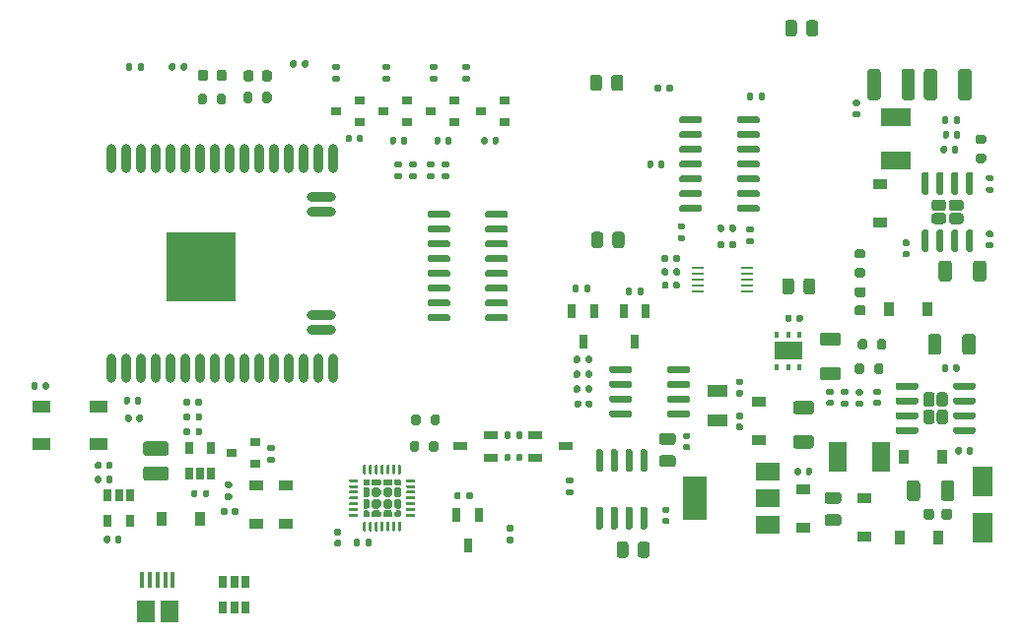
<source format=gbr>
G04 #@! TF.GenerationSoftware,KiCad,Pcbnew,(5.1.9)-1*
G04 #@! TF.CreationDate,2021-08-04T09:34:38-04:00*
G04 #@! TF.ProjectId,esp32 Core  V-0.1,65737033-3220-4436-9f72-652020562d30,rev?*
G04 #@! TF.SameCoordinates,Original*
G04 #@! TF.FileFunction,Paste,Top*
G04 #@! TF.FilePolarity,Positive*
%FSLAX46Y46*%
G04 Gerber Fmt 4.6, Leading zero omitted, Abs format (unit mm)*
G04 Created by KiCad (PCBNEW (5.1.9)-1) date 2021-08-04 09:34:38*
%MOMM*%
%LPD*%
G01*
G04 APERTURE LIST*
%ADD10R,0.900000X1.200000*%
%ADD11R,1.800000X1.000000*%
%ADD12R,0.650000X1.220000*%
%ADD13R,1.200000X0.900000*%
%ADD14R,0.400000X0.600000*%
%ADD15R,2.400000X1.500000*%
%ADD16R,1.500000X2.500000*%
%ADD17R,2.500000X1.500000*%
%ADD18R,0.900000X0.800000*%
%ADD19O,0.900000X2.500000*%
%ADD20R,6.000000X6.000000*%
%ADD21O,2.500000X0.900000*%
%ADD22R,0.650000X1.060000*%
%ADD23R,1.100000X0.250000*%
%ADD24R,1.500000X1.000000*%
%ADD25R,1.800000X2.500000*%
%ADD26R,2.000000X1.500000*%
%ADD27R,2.000000X3.800000*%
%ADD28C,0.100000*%
%ADD29R,1.220000X0.650000*%
%ADD30R,1.500000X1.900000*%
%ADD31R,0.400000X1.350000*%
G04 APERTURE END LIST*
G04 #@! TO.C,C41*
G36*
G01*
X197795000Y-141020000D02*
X197795000Y-140680000D01*
G75*
G02*
X197935000Y-140540000I140000J0D01*
G01*
X198215000Y-140540000D01*
G75*
G02*
X198355000Y-140680000I0J-140000D01*
G01*
X198355000Y-141020000D01*
G75*
G02*
X198215000Y-141160000I-140000J0D01*
G01*
X197935000Y-141160000D01*
G75*
G02*
X197795000Y-141020000I0J140000D01*
G01*
G37*
G36*
G01*
X196835000Y-141020000D02*
X196835000Y-140680000D01*
G75*
G02*
X196975000Y-140540000I140000J0D01*
G01*
X197255000Y-140540000D01*
G75*
G02*
X197395000Y-140680000I0J-140000D01*
G01*
X197395000Y-141020000D01*
G75*
G02*
X197255000Y-141160000I-140000J0D01*
G01*
X196975000Y-141160000D01*
G75*
G02*
X196835000Y-141020000I0J140000D01*
G01*
G37*
G04 #@! TD*
G04 #@! TO.C,C40*
G36*
G01*
X241570000Y-130000000D02*
X241230000Y-130000000D01*
G75*
G02*
X241090000Y-129860000I0J140000D01*
G01*
X241090000Y-129580000D01*
G75*
G02*
X241230000Y-129440000I140000J0D01*
G01*
X241570000Y-129440000D01*
G75*
G02*
X241710000Y-129580000I0J-140000D01*
G01*
X241710000Y-129860000D01*
G75*
G02*
X241570000Y-130000000I-140000J0D01*
G01*
G37*
G36*
G01*
X241570000Y-130960000D02*
X241230000Y-130960000D01*
G75*
G02*
X241090000Y-130820000I0J140000D01*
G01*
X241090000Y-130540000D01*
G75*
G02*
X241230000Y-130400000I140000J0D01*
G01*
X241570000Y-130400000D01*
G75*
G02*
X241710000Y-130540000I0J-140000D01*
G01*
X241710000Y-130820000D01*
G75*
G02*
X241570000Y-130960000I-140000J0D01*
G01*
G37*
G04 #@! TD*
G04 #@! TO.C,C39*
G36*
G01*
X241230000Y-133320000D02*
X241570000Y-133320000D01*
G75*
G02*
X241710000Y-133460000I0J-140000D01*
G01*
X241710000Y-133740000D01*
G75*
G02*
X241570000Y-133880000I-140000J0D01*
G01*
X241230000Y-133880000D01*
G75*
G02*
X241090000Y-133740000I0J140000D01*
G01*
X241090000Y-133460000D01*
G75*
G02*
X241230000Y-133320000I140000J0D01*
G01*
G37*
G36*
G01*
X241230000Y-132360000D02*
X241570000Y-132360000D01*
G75*
G02*
X241710000Y-132500000I0J-140000D01*
G01*
X241710000Y-132780000D01*
G75*
G02*
X241570000Y-132920000I-140000J0D01*
G01*
X241230000Y-132920000D01*
G75*
G02*
X241090000Y-132780000I0J140000D01*
G01*
X241090000Y-132500000D01*
G75*
G02*
X241230000Y-132360000I140000J0D01*
G01*
G37*
G04 #@! TD*
D10*
G04 #@! TO.C,D20*
X257555000Y-123444000D03*
X254255000Y-123444000D03*
G04 #@! TD*
G04 #@! TO.C,U13*
G36*
G01*
X260405000Y-115006000D02*
X259635000Y-115006000D01*
G75*
G02*
X259395000Y-114766000I0J240000D01*
G01*
X259395000Y-114286000D01*
G75*
G02*
X259635000Y-114046000I240000J0D01*
G01*
X260405000Y-114046000D01*
G75*
G02*
X260645000Y-114286000I0J-240000D01*
G01*
X260645000Y-114766000D01*
G75*
G02*
X260405000Y-115006000I-240000J0D01*
G01*
G37*
G36*
G01*
X258905000Y-115006000D02*
X258135000Y-115006000D01*
G75*
G02*
X257895000Y-114766000I0J240000D01*
G01*
X257895000Y-114286000D01*
G75*
G02*
X258135000Y-114046000I240000J0D01*
G01*
X258905000Y-114046000D01*
G75*
G02*
X259145000Y-114286000I0J-240000D01*
G01*
X259145000Y-114766000D01*
G75*
G02*
X258905000Y-115006000I-240000J0D01*
G01*
G37*
G36*
G01*
X260405000Y-116146000D02*
X259635000Y-116146000D01*
G75*
G02*
X259395000Y-115906000I0J240000D01*
G01*
X259395000Y-115426000D01*
G75*
G02*
X259635000Y-115186000I240000J0D01*
G01*
X260405000Y-115186000D01*
G75*
G02*
X260645000Y-115426000I0J-240000D01*
G01*
X260645000Y-115906000D01*
G75*
G02*
X260405000Y-116146000I-240000J0D01*
G01*
G37*
G36*
G01*
X258905000Y-116146000D02*
X258135000Y-116146000D01*
G75*
G02*
X257895000Y-115906000I0J240000D01*
G01*
X257895000Y-115426000D01*
G75*
G02*
X258135000Y-115186000I240000J0D01*
G01*
X258905000Y-115186000D01*
G75*
G02*
X259145000Y-115426000I0J-240000D01*
G01*
X259145000Y-115906000D01*
G75*
G02*
X258905000Y-116146000I-240000J0D01*
G01*
G37*
G36*
G01*
X257515000Y-113596000D02*
X257215000Y-113596000D01*
G75*
G02*
X257065000Y-113446000I0J150000D01*
G01*
X257065000Y-111796000D01*
G75*
G02*
X257215000Y-111646000I150000J0D01*
G01*
X257515000Y-111646000D01*
G75*
G02*
X257665000Y-111796000I0J-150000D01*
G01*
X257665000Y-113446000D01*
G75*
G02*
X257515000Y-113596000I-150000J0D01*
G01*
G37*
G36*
G01*
X258785000Y-113596000D02*
X258485000Y-113596000D01*
G75*
G02*
X258335000Y-113446000I0J150000D01*
G01*
X258335000Y-111796000D01*
G75*
G02*
X258485000Y-111646000I150000J0D01*
G01*
X258785000Y-111646000D01*
G75*
G02*
X258935000Y-111796000I0J-150000D01*
G01*
X258935000Y-113446000D01*
G75*
G02*
X258785000Y-113596000I-150000J0D01*
G01*
G37*
G36*
G01*
X260055000Y-113596000D02*
X259755000Y-113596000D01*
G75*
G02*
X259605000Y-113446000I0J150000D01*
G01*
X259605000Y-111796000D01*
G75*
G02*
X259755000Y-111646000I150000J0D01*
G01*
X260055000Y-111646000D01*
G75*
G02*
X260205000Y-111796000I0J-150000D01*
G01*
X260205000Y-113446000D01*
G75*
G02*
X260055000Y-113596000I-150000J0D01*
G01*
G37*
G36*
G01*
X261325000Y-113596000D02*
X261025000Y-113596000D01*
G75*
G02*
X260875000Y-113446000I0J150000D01*
G01*
X260875000Y-111796000D01*
G75*
G02*
X261025000Y-111646000I150000J0D01*
G01*
X261325000Y-111646000D01*
G75*
G02*
X261475000Y-111796000I0J-150000D01*
G01*
X261475000Y-113446000D01*
G75*
G02*
X261325000Y-113596000I-150000J0D01*
G01*
G37*
G36*
G01*
X261325000Y-118546000D02*
X261025000Y-118546000D01*
G75*
G02*
X260875000Y-118396000I0J150000D01*
G01*
X260875000Y-116746000D01*
G75*
G02*
X261025000Y-116596000I150000J0D01*
G01*
X261325000Y-116596000D01*
G75*
G02*
X261475000Y-116746000I0J-150000D01*
G01*
X261475000Y-118396000D01*
G75*
G02*
X261325000Y-118546000I-150000J0D01*
G01*
G37*
G36*
G01*
X260055000Y-118546000D02*
X259755000Y-118546000D01*
G75*
G02*
X259605000Y-118396000I0J150000D01*
G01*
X259605000Y-116746000D01*
G75*
G02*
X259755000Y-116596000I150000J0D01*
G01*
X260055000Y-116596000D01*
G75*
G02*
X260205000Y-116746000I0J-150000D01*
G01*
X260205000Y-118396000D01*
G75*
G02*
X260055000Y-118546000I-150000J0D01*
G01*
G37*
G36*
G01*
X258785000Y-118546000D02*
X258485000Y-118546000D01*
G75*
G02*
X258335000Y-118396000I0J150000D01*
G01*
X258335000Y-116746000D01*
G75*
G02*
X258485000Y-116596000I150000J0D01*
G01*
X258785000Y-116596000D01*
G75*
G02*
X258935000Y-116746000I0J-150000D01*
G01*
X258935000Y-118396000D01*
G75*
G02*
X258785000Y-118546000I-150000J0D01*
G01*
G37*
G36*
G01*
X257515000Y-118546000D02*
X257215000Y-118546000D01*
G75*
G02*
X257065000Y-118396000I0J150000D01*
G01*
X257065000Y-116746000D01*
G75*
G02*
X257215000Y-116596000I150000J0D01*
G01*
X257515000Y-116596000D01*
G75*
G02*
X257665000Y-116746000I0J-150000D01*
G01*
X257665000Y-118396000D01*
G75*
G02*
X257515000Y-118546000I-150000J0D01*
G01*
G37*
G04 #@! TD*
G04 #@! TO.C,U1*
G36*
G01*
X258156000Y-130841000D02*
X258156000Y-131611000D01*
G75*
G02*
X257916000Y-131851000I-240000J0D01*
G01*
X257436000Y-131851000D01*
G75*
G02*
X257196000Y-131611000I0J240000D01*
G01*
X257196000Y-130841000D01*
G75*
G02*
X257436000Y-130601000I240000J0D01*
G01*
X257916000Y-130601000D01*
G75*
G02*
X258156000Y-130841000I0J-240000D01*
G01*
G37*
G36*
G01*
X258156000Y-132341000D02*
X258156000Y-133111000D01*
G75*
G02*
X257916000Y-133351000I-240000J0D01*
G01*
X257436000Y-133351000D01*
G75*
G02*
X257196000Y-133111000I0J240000D01*
G01*
X257196000Y-132341000D01*
G75*
G02*
X257436000Y-132101000I240000J0D01*
G01*
X257916000Y-132101000D01*
G75*
G02*
X258156000Y-132341000I0J-240000D01*
G01*
G37*
G36*
G01*
X259296000Y-130841000D02*
X259296000Y-131611000D01*
G75*
G02*
X259056000Y-131851000I-240000J0D01*
G01*
X258576000Y-131851000D01*
G75*
G02*
X258336000Y-131611000I0J240000D01*
G01*
X258336000Y-130841000D01*
G75*
G02*
X258576000Y-130601000I240000J0D01*
G01*
X259056000Y-130601000D01*
G75*
G02*
X259296000Y-130841000I0J-240000D01*
G01*
G37*
G36*
G01*
X259296000Y-132341000D02*
X259296000Y-133111000D01*
G75*
G02*
X259056000Y-133351000I-240000J0D01*
G01*
X258576000Y-133351000D01*
G75*
G02*
X258336000Y-133111000I0J240000D01*
G01*
X258336000Y-132341000D01*
G75*
G02*
X258576000Y-132101000I240000J0D01*
G01*
X259056000Y-132101000D01*
G75*
G02*
X259296000Y-132341000I0J-240000D01*
G01*
G37*
G36*
G01*
X256746000Y-133731000D02*
X256746000Y-134031000D01*
G75*
G02*
X256596000Y-134181000I-150000J0D01*
G01*
X254946000Y-134181000D01*
G75*
G02*
X254796000Y-134031000I0J150000D01*
G01*
X254796000Y-133731000D01*
G75*
G02*
X254946000Y-133581000I150000J0D01*
G01*
X256596000Y-133581000D01*
G75*
G02*
X256746000Y-133731000I0J-150000D01*
G01*
G37*
G36*
G01*
X256746000Y-132461000D02*
X256746000Y-132761000D01*
G75*
G02*
X256596000Y-132911000I-150000J0D01*
G01*
X254946000Y-132911000D01*
G75*
G02*
X254796000Y-132761000I0J150000D01*
G01*
X254796000Y-132461000D01*
G75*
G02*
X254946000Y-132311000I150000J0D01*
G01*
X256596000Y-132311000D01*
G75*
G02*
X256746000Y-132461000I0J-150000D01*
G01*
G37*
G36*
G01*
X256746000Y-131191000D02*
X256746000Y-131491000D01*
G75*
G02*
X256596000Y-131641000I-150000J0D01*
G01*
X254946000Y-131641000D01*
G75*
G02*
X254796000Y-131491000I0J150000D01*
G01*
X254796000Y-131191000D01*
G75*
G02*
X254946000Y-131041000I150000J0D01*
G01*
X256596000Y-131041000D01*
G75*
G02*
X256746000Y-131191000I0J-150000D01*
G01*
G37*
G36*
G01*
X256746000Y-129921000D02*
X256746000Y-130221000D01*
G75*
G02*
X256596000Y-130371000I-150000J0D01*
G01*
X254946000Y-130371000D01*
G75*
G02*
X254796000Y-130221000I0J150000D01*
G01*
X254796000Y-129921000D01*
G75*
G02*
X254946000Y-129771000I150000J0D01*
G01*
X256596000Y-129771000D01*
G75*
G02*
X256746000Y-129921000I0J-150000D01*
G01*
G37*
G36*
G01*
X261696000Y-129921000D02*
X261696000Y-130221000D01*
G75*
G02*
X261546000Y-130371000I-150000J0D01*
G01*
X259896000Y-130371000D01*
G75*
G02*
X259746000Y-130221000I0J150000D01*
G01*
X259746000Y-129921000D01*
G75*
G02*
X259896000Y-129771000I150000J0D01*
G01*
X261546000Y-129771000D01*
G75*
G02*
X261696000Y-129921000I0J-150000D01*
G01*
G37*
G36*
G01*
X261696000Y-131191000D02*
X261696000Y-131491000D01*
G75*
G02*
X261546000Y-131641000I-150000J0D01*
G01*
X259896000Y-131641000D01*
G75*
G02*
X259746000Y-131491000I0J150000D01*
G01*
X259746000Y-131191000D01*
G75*
G02*
X259896000Y-131041000I150000J0D01*
G01*
X261546000Y-131041000D01*
G75*
G02*
X261696000Y-131191000I0J-150000D01*
G01*
G37*
G36*
G01*
X261696000Y-132461000D02*
X261696000Y-132761000D01*
G75*
G02*
X261546000Y-132911000I-150000J0D01*
G01*
X259896000Y-132911000D01*
G75*
G02*
X259746000Y-132761000I0J150000D01*
G01*
X259746000Y-132461000D01*
G75*
G02*
X259896000Y-132311000I150000J0D01*
G01*
X261546000Y-132311000D01*
G75*
G02*
X261696000Y-132461000I0J-150000D01*
G01*
G37*
G36*
G01*
X261696000Y-133731000D02*
X261696000Y-134031000D01*
G75*
G02*
X261546000Y-134181000I-150000J0D01*
G01*
X259896000Y-134181000D01*
G75*
G02*
X259746000Y-134031000I0J150000D01*
G01*
X259746000Y-133731000D01*
G75*
G02*
X259896000Y-133581000I150000J0D01*
G01*
X261546000Y-133581000D01*
G75*
G02*
X261696000Y-133731000I0J-150000D01*
G01*
G37*
G04 #@! TD*
G04 #@! TO.C,R52*
G36*
G01*
X214699000Y-111744000D02*
X215069000Y-111744000D01*
G75*
G02*
X215204000Y-111879000I0J-135000D01*
G01*
X215204000Y-112149000D01*
G75*
G02*
X215069000Y-112284000I-135000J0D01*
G01*
X214699000Y-112284000D01*
G75*
G02*
X214564000Y-112149000I0J135000D01*
G01*
X214564000Y-111879000D01*
G75*
G02*
X214699000Y-111744000I135000J0D01*
G01*
G37*
G36*
G01*
X214699000Y-110724000D02*
X215069000Y-110724000D01*
G75*
G02*
X215204000Y-110859000I0J-135000D01*
G01*
X215204000Y-111129000D01*
G75*
G02*
X215069000Y-111264000I-135000J0D01*
G01*
X214699000Y-111264000D01*
G75*
G02*
X214564000Y-111129000I0J135000D01*
G01*
X214564000Y-110859000D01*
G75*
G02*
X214699000Y-110724000I135000J0D01*
G01*
G37*
G04 #@! TD*
G04 #@! TO.C,R51*
G36*
G01*
X215969000Y-111744000D02*
X216339000Y-111744000D01*
G75*
G02*
X216474000Y-111879000I0J-135000D01*
G01*
X216474000Y-112149000D01*
G75*
G02*
X216339000Y-112284000I-135000J0D01*
G01*
X215969000Y-112284000D01*
G75*
G02*
X215834000Y-112149000I0J135000D01*
G01*
X215834000Y-111879000D01*
G75*
G02*
X215969000Y-111744000I135000J0D01*
G01*
G37*
G36*
G01*
X215969000Y-110724000D02*
X216339000Y-110724000D01*
G75*
G02*
X216474000Y-110859000I0J-135000D01*
G01*
X216474000Y-111129000D01*
G75*
G02*
X216339000Y-111264000I-135000J0D01*
G01*
X215969000Y-111264000D01*
G75*
G02*
X215834000Y-111129000I0J135000D01*
G01*
X215834000Y-110859000D01*
G75*
G02*
X215969000Y-110724000I135000J0D01*
G01*
G37*
G04 #@! TD*
G04 #@! TO.C,R50*
G36*
G01*
X213175000Y-111744000D02*
X213545000Y-111744000D01*
G75*
G02*
X213680000Y-111879000I0J-135000D01*
G01*
X213680000Y-112149000D01*
G75*
G02*
X213545000Y-112284000I-135000J0D01*
G01*
X213175000Y-112284000D01*
G75*
G02*
X213040000Y-112149000I0J135000D01*
G01*
X213040000Y-111879000D01*
G75*
G02*
X213175000Y-111744000I135000J0D01*
G01*
G37*
G36*
G01*
X213175000Y-110724000D02*
X213545000Y-110724000D01*
G75*
G02*
X213680000Y-110859000I0J-135000D01*
G01*
X213680000Y-111129000D01*
G75*
G02*
X213545000Y-111264000I-135000J0D01*
G01*
X213175000Y-111264000D01*
G75*
G02*
X213040000Y-111129000I0J135000D01*
G01*
X213040000Y-110859000D01*
G75*
G02*
X213175000Y-110724000I135000J0D01*
G01*
G37*
G04 #@! TD*
G04 #@! TO.C,R49*
G36*
G01*
X211905000Y-111744000D02*
X212275000Y-111744000D01*
G75*
G02*
X212410000Y-111879000I0J-135000D01*
G01*
X212410000Y-112149000D01*
G75*
G02*
X212275000Y-112284000I-135000J0D01*
G01*
X211905000Y-112284000D01*
G75*
G02*
X211770000Y-112149000I0J135000D01*
G01*
X211770000Y-111879000D01*
G75*
G02*
X211905000Y-111744000I135000J0D01*
G01*
G37*
G36*
G01*
X211905000Y-110724000D02*
X212275000Y-110724000D01*
G75*
G02*
X212410000Y-110859000I0J-135000D01*
G01*
X212410000Y-111129000D01*
G75*
G02*
X212275000Y-111264000I-135000J0D01*
G01*
X211905000Y-111264000D01*
G75*
G02*
X211770000Y-111129000I0J135000D01*
G01*
X211770000Y-110859000D01*
G75*
G02*
X211905000Y-110724000I135000J0D01*
G01*
G37*
G04 #@! TD*
G04 #@! TO.C,C38*
G36*
G01*
X216128000Y-109136000D02*
X216128000Y-108796000D01*
G75*
G02*
X216268000Y-108656000I140000J0D01*
G01*
X216548000Y-108656000D01*
G75*
G02*
X216688000Y-108796000I0J-140000D01*
G01*
X216688000Y-109136000D01*
G75*
G02*
X216548000Y-109276000I-140000J0D01*
G01*
X216268000Y-109276000D01*
G75*
G02*
X216128000Y-109136000I0J140000D01*
G01*
G37*
G36*
G01*
X215168000Y-109136000D02*
X215168000Y-108796000D01*
G75*
G02*
X215308000Y-108656000I140000J0D01*
G01*
X215588000Y-108656000D01*
G75*
G02*
X215728000Y-108796000I0J-140000D01*
G01*
X215728000Y-109136000D01*
G75*
G02*
X215588000Y-109276000I-140000J0D01*
G01*
X215308000Y-109276000D01*
G75*
G02*
X215168000Y-109136000I0J140000D01*
G01*
G37*
G04 #@! TD*
G04 #@! TO.C,C37*
G36*
G01*
X220164000Y-109136000D02*
X220164000Y-108796000D01*
G75*
G02*
X220304000Y-108656000I140000J0D01*
G01*
X220584000Y-108656000D01*
G75*
G02*
X220724000Y-108796000I0J-140000D01*
G01*
X220724000Y-109136000D01*
G75*
G02*
X220584000Y-109276000I-140000J0D01*
G01*
X220304000Y-109276000D01*
G75*
G02*
X220164000Y-109136000I0J140000D01*
G01*
G37*
G36*
G01*
X219204000Y-109136000D02*
X219204000Y-108796000D01*
G75*
G02*
X219344000Y-108656000I140000J0D01*
G01*
X219624000Y-108656000D01*
G75*
G02*
X219764000Y-108796000I0J-140000D01*
G01*
X219764000Y-109136000D01*
G75*
G02*
X219624000Y-109276000I-140000J0D01*
G01*
X219344000Y-109276000D01*
G75*
G02*
X219204000Y-109136000I0J140000D01*
G01*
G37*
G04 #@! TD*
G04 #@! TO.C,C36*
G36*
G01*
X212318000Y-109136000D02*
X212318000Y-108796000D01*
G75*
G02*
X212458000Y-108656000I140000J0D01*
G01*
X212738000Y-108656000D01*
G75*
G02*
X212878000Y-108796000I0J-140000D01*
G01*
X212878000Y-109136000D01*
G75*
G02*
X212738000Y-109276000I-140000J0D01*
G01*
X212458000Y-109276000D01*
G75*
G02*
X212318000Y-109136000I0J140000D01*
G01*
G37*
G36*
G01*
X211358000Y-109136000D02*
X211358000Y-108796000D01*
G75*
G02*
X211498000Y-108656000I140000J0D01*
G01*
X211778000Y-108656000D01*
G75*
G02*
X211918000Y-108796000I0J-140000D01*
G01*
X211918000Y-109136000D01*
G75*
G02*
X211778000Y-109276000I-140000J0D01*
G01*
X211498000Y-109276000D01*
G75*
G02*
X211358000Y-109136000I0J140000D01*
G01*
G37*
G04 #@! TD*
G04 #@! TO.C,C35*
G36*
G01*
X208508000Y-108945500D02*
X208508000Y-108605500D01*
G75*
G02*
X208648000Y-108465500I140000J0D01*
G01*
X208928000Y-108465500D01*
G75*
G02*
X209068000Y-108605500I0J-140000D01*
G01*
X209068000Y-108945500D01*
G75*
G02*
X208928000Y-109085500I-140000J0D01*
G01*
X208648000Y-109085500D01*
G75*
G02*
X208508000Y-108945500I0J140000D01*
G01*
G37*
G36*
G01*
X207548000Y-108945500D02*
X207548000Y-108605500D01*
G75*
G02*
X207688000Y-108465500I140000J0D01*
G01*
X207968000Y-108465500D01*
G75*
G02*
X208108000Y-108605500I0J-140000D01*
G01*
X208108000Y-108945500D01*
G75*
G02*
X207968000Y-109085500I-140000J0D01*
G01*
X207688000Y-109085500D01*
G75*
G02*
X207548000Y-108945500I0J140000D01*
G01*
G37*
G04 #@! TD*
G04 #@! TO.C,C34*
G36*
G01*
X227800000Y-131430000D02*
X227800000Y-131770000D01*
G75*
G02*
X227660000Y-131910000I-140000J0D01*
G01*
X227380000Y-131910000D01*
G75*
G02*
X227240000Y-131770000I0J140000D01*
G01*
X227240000Y-131430000D01*
G75*
G02*
X227380000Y-131290000I140000J0D01*
G01*
X227660000Y-131290000D01*
G75*
G02*
X227800000Y-131430000I0J-140000D01*
G01*
G37*
G36*
G01*
X228760000Y-131430000D02*
X228760000Y-131770000D01*
G75*
G02*
X228620000Y-131910000I-140000J0D01*
G01*
X228340000Y-131910000D01*
G75*
G02*
X228200000Y-131770000I0J140000D01*
G01*
X228200000Y-131430000D01*
G75*
G02*
X228340000Y-131290000I140000J0D01*
G01*
X228620000Y-131290000D01*
G75*
G02*
X228760000Y-131430000I0J-140000D01*
G01*
G37*
G04 #@! TD*
G04 #@! TO.C,U2*
G36*
G01*
X232180000Y-132311000D02*
X232180000Y-132611000D01*
G75*
G02*
X232030000Y-132761000I-150000J0D01*
G01*
X230380000Y-132761000D01*
G75*
G02*
X230230000Y-132611000I0J150000D01*
G01*
X230230000Y-132311000D01*
G75*
G02*
X230380000Y-132161000I150000J0D01*
G01*
X232030000Y-132161000D01*
G75*
G02*
X232180000Y-132311000I0J-150000D01*
G01*
G37*
G36*
G01*
X232180000Y-131041000D02*
X232180000Y-131341000D01*
G75*
G02*
X232030000Y-131491000I-150000J0D01*
G01*
X230380000Y-131491000D01*
G75*
G02*
X230230000Y-131341000I0J150000D01*
G01*
X230230000Y-131041000D01*
G75*
G02*
X230380000Y-130891000I150000J0D01*
G01*
X232030000Y-130891000D01*
G75*
G02*
X232180000Y-131041000I0J-150000D01*
G01*
G37*
G36*
G01*
X232180000Y-129771000D02*
X232180000Y-130071000D01*
G75*
G02*
X232030000Y-130221000I-150000J0D01*
G01*
X230380000Y-130221000D01*
G75*
G02*
X230230000Y-130071000I0J150000D01*
G01*
X230230000Y-129771000D01*
G75*
G02*
X230380000Y-129621000I150000J0D01*
G01*
X232030000Y-129621000D01*
G75*
G02*
X232180000Y-129771000I0J-150000D01*
G01*
G37*
G36*
G01*
X232180000Y-128501000D02*
X232180000Y-128801000D01*
G75*
G02*
X232030000Y-128951000I-150000J0D01*
G01*
X230380000Y-128951000D01*
G75*
G02*
X230230000Y-128801000I0J150000D01*
G01*
X230230000Y-128501000D01*
G75*
G02*
X230380000Y-128351000I150000J0D01*
G01*
X232030000Y-128351000D01*
G75*
G02*
X232180000Y-128501000I0J-150000D01*
G01*
G37*
G36*
G01*
X237130000Y-128501000D02*
X237130000Y-128801000D01*
G75*
G02*
X236980000Y-128951000I-150000J0D01*
G01*
X235330000Y-128951000D01*
G75*
G02*
X235180000Y-128801000I0J150000D01*
G01*
X235180000Y-128501000D01*
G75*
G02*
X235330000Y-128351000I150000J0D01*
G01*
X236980000Y-128351000D01*
G75*
G02*
X237130000Y-128501000I0J-150000D01*
G01*
G37*
G36*
G01*
X237130000Y-129771000D02*
X237130000Y-130071000D01*
G75*
G02*
X236980000Y-130221000I-150000J0D01*
G01*
X235330000Y-130221000D01*
G75*
G02*
X235180000Y-130071000I0J150000D01*
G01*
X235180000Y-129771000D01*
G75*
G02*
X235330000Y-129621000I150000J0D01*
G01*
X236980000Y-129621000D01*
G75*
G02*
X237130000Y-129771000I0J-150000D01*
G01*
G37*
G36*
G01*
X237130000Y-131041000D02*
X237130000Y-131341000D01*
G75*
G02*
X236980000Y-131491000I-150000J0D01*
G01*
X235330000Y-131491000D01*
G75*
G02*
X235180000Y-131341000I0J150000D01*
G01*
X235180000Y-131041000D01*
G75*
G02*
X235330000Y-130891000I150000J0D01*
G01*
X236980000Y-130891000D01*
G75*
G02*
X237130000Y-131041000I0J-150000D01*
G01*
G37*
G36*
G01*
X237130000Y-132311000D02*
X237130000Y-132611000D01*
G75*
G02*
X236980000Y-132761000I-150000J0D01*
G01*
X235330000Y-132761000D01*
G75*
G02*
X235180000Y-132611000I0J150000D01*
G01*
X235180000Y-132311000D01*
G75*
G02*
X235330000Y-132161000I150000J0D01*
G01*
X236980000Y-132161000D01*
G75*
G02*
X237130000Y-132311000I0J-150000D01*
G01*
G37*
G04 #@! TD*
D11*
G04 #@! TO.C,Y2*
X239500000Y-133000000D03*
X239500000Y-130500000D03*
G04 #@! TD*
G04 #@! TO.C,R48*
G36*
G01*
X228186000Y-127963000D02*
X228186000Y-127593000D01*
G75*
G02*
X228321000Y-127458000I135000J0D01*
G01*
X228591000Y-127458000D01*
G75*
G02*
X228726000Y-127593000I0J-135000D01*
G01*
X228726000Y-127963000D01*
G75*
G02*
X228591000Y-128098000I-135000J0D01*
G01*
X228321000Y-128098000D01*
G75*
G02*
X228186000Y-127963000I0J135000D01*
G01*
G37*
G36*
G01*
X227166000Y-127963000D02*
X227166000Y-127593000D01*
G75*
G02*
X227301000Y-127458000I135000J0D01*
G01*
X227571000Y-127458000D01*
G75*
G02*
X227706000Y-127593000I0J-135000D01*
G01*
X227706000Y-127963000D01*
G75*
G02*
X227571000Y-128098000I-135000J0D01*
G01*
X227301000Y-128098000D01*
G75*
G02*
X227166000Y-127963000I0J135000D01*
G01*
G37*
G04 #@! TD*
G04 #@! TO.C,R47*
G36*
G01*
X228184000Y-129233000D02*
X228184000Y-128863000D01*
G75*
G02*
X228319000Y-128728000I135000J0D01*
G01*
X228589000Y-128728000D01*
G75*
G02*
X228724000Y-128863000I0J-135000D01*
G01*
X228724000Y-129233000D01*
G75*
G02*
X228589000Y-129368000I-135000J0D01*
G01*
X228319000Y-129368000D01*
G75*
G02*
X228184000Y-129233000I0J135000D01*
G01*
G37*
G36*
G01*
X227164000Y-129233000D02*
X227164000Y-128863000D01*
G75*
G02*
X227299000Y-128728000I135000J0D01*
G01*
X227569000Y-128728000D01*
G75*
G02*
X227704000Y-128863000I0J-135000D01*
G01*
X227704000Y-129233000D01*
G75*
G02*
X227569000Y-129368000I-135000J0D01*
G01*
X227299000Y-129368000D01*
G75*
G02*
X227164000Y-129233000I0J135000D01*
G01*
G37*
G04 #@! TD*
G04 #@! TO.C,R17*
G36*
G01*
X227596000Y-121481000D02*
X227596000Y-121851000D01*
G75*
G02*
X227461000Y-121986000I-135000J0D01*
G01*
X227191000Y-121986000D01*
G75*
G02*
X227056000Y-121851000I0J135000D01*
G01*
X227056000Y-121481000D01*
G75*
G02*
X227191000Y-121346000I135000J0D01*
G01*
X227461000Y-121346000D01*
G75*
G02*
X227596000Y-121481000I0J-135000D01*
G01*
G37*
G36*
G01*
X228616000Y-121481000D02*
X228616000Y-121851000D01*
G75*
G02*
X228481000Y-121986000I-135000J0D01*
G01*
X228211000Y-121986000D01*
G75*
G02*
X228076000Y-121851000I0J135000D01*
G01*
X228076000Y-121481000D01*
G75*
G02*
X228211000Y-121346000I135000J0D01*
G01*
X228481000Y-121346000D01*
G75*
G02*
X228616000Y-121481000I0J-135000D01*
G01*
G37*
G04 #@! TD*
G04 #@! TO.C,R15*
G36*
G01*
X232170000Y-121735000D02*
X232170000Y-122105000D01*
G75*
G02*
X232035000Y-122240000I-135000J0D01*
G01*
X231765000Y-122240000D01*
G75*
G02*
X231630000Y-122105000I0J135000D01*
G01*
X231630000Y-121735000D01*
G75*
G02*
X231765000Y-121600000I135000J0D01*
G01*
X232035000Y-121600000D01*
G75*
G02*
X232170000Y-121735000I0J-135000D01*
G01*
G37*
G36*
G01*
X233190000Y-121735000D02*
X233190000Y-122105000D01*
G75*
G02*
X233055000Y-122240000I-135000J0D01*
G01*
X232785000Y-122240000D01*
G75*
G02*
X232650000Y-122105000I0J135000D01*
G01*
X232650000Y-121735000D01*
G75*
G02*
X232785000Y-121600000I135000J0D01*
G01*
X233055000Y-121600000D01*
G75*
G02*
X233190000Y-121735000I0J-135000D01*
G01*
G37*
G04 #@! TD*
D12*
G04 #@! TO.C,Q2*
X227960000Y-126278000D03*
X227010000Y-123658000D03*
X228910000Y-123658000D03*
G04 #@! TD*
G04 #@! TO.C,Q1*
X232410000Y-126278000D03*
X231460000Y-123658000D03*
X233360000Y-123658000D03*
G04 #@! TD*
D13*
G04 #@! TO.C,D19*
X252095000Y-143000000D03*
X252095000Y-139700000D03*
G04 #@! TD*
G04 #@! TO.C,D18*
X246888000Y-142238000D03*
X246888000Y-138938000D03*
G04 #@! TD*
G04 #@! TO.C,C33*
G36*
G01*
X181528000Y-130218000D02*
X181528000Y-129878000D01*
G75*
G02*
X181668000Y-129738000I140000J0D01*
G01*
X181948000Y-129738000D01*
G75*
G02*
X182088000Y-129878000I0J-140000D01*
G01*
X182088000Y-130218000D01*
G75*
G02*
X181948000Y-130358000I-140000J0D01*
G01*
X181668000Y-130358000D01*
G75*
G02*
X181528000Y-130218000I0J140000D01*
G01*
G37*
G36*
G01*
X180568000Y-130218000D02*
X180568000Y-129878000D01*
G75*
G02*
X180708000Y-129738000I140000J0D01*
G01*
X180988000Y-129738000D01*
G75*
G02*
X181128000Y-129878000I0J-140000D01*
G01*
X181128000Y-130218000D01*
G75*
G02*
X180988000Y-130358000I-140000J0D01*
G01*
X180708000Y-130358000D01*
G75*
G02*
X180568000Y-130218000I0J140000D01*
G01*
G37*
G04 #@! TD*
G04 #@! TO.C,C32*
G36*
G01*
X246287000Y-124403000D02*
X246287000Y-124063000D01*
G75*
G02*
X246427000Y-123923000I140000J0D01*
G01*
X246707000Y-123923000D01*
G75*
G02*
X246847000Y-124063000I0J-140000D01*
G01*
X246847000Y-124403000D01*
G75*
G02*
X246707000Y-124543000I-140000J0D01*
G01*
X246427000Y-124543000D01*
G75*
G02*
X246287000Y-124403000I0J140000D01*
G01*
G37*
G36*
G01*
X245327000Y-124403000D02*
X245327000Y-124063000D01*
G75*
G02*
X245467000Y-123923000I140000J0D01*
G01*
X245747000Y-123923000D01*
G75*
G02*
X245887000Y-124063000I0J-140000D01*
G01*
X245887000Y-124403000D01*
G75*
G02*
X245747000Y-124543000I-140000J0D01*
G01*
X245467000Y-124543000D01*
G75*
G02*
X245327000Y-124403000I0J140000D01*
G01*
G37*
G04 #@! TD*
D14*
G04 #@! TO.C,U7*
X244629000Y-125627000D03*
X245579000Y-125627000D03*
X246529000Y-125627000D03*
X246529000Y-128427000D03*
X245579000Y-128427000D03*
X244629000Y-128427000D03*
D15*
X245579000Y-127027000D03*
G04 #@! TD*
D16*
G04 #@! TO.C,L1*
X253545000Y-136144000D03*
X249845000Y-136144000D03*
G04 #@! TD*
D17*
G04 #@! TO.C,L3*
X254825000Y-110651000D03*
X254825000Y-106951000D03*
G04 #@! TD*
G04 #@! TO.C,C23*
G36*
G01*
X234016000Y-110828000D02*
X234016000Y-111168000D01*
G75*
G02*
X233876000Y-111308000I-140000J0D01*
G01*
X233596000Y-111308000D01*
G75*
G02*
X233456000Y-111168000I0J140000D01*
G01*
X233456000Y-110828000D01*
G75*
G02*
X233596000Y-110688000I140000J0D01*
G01*
X233876000Y-110688000D01*
G75*
G02*
X234016000Y-110828000I0J-140000D01*
G01*
G37*
G36*
G01*
X234976000Y-110828000D02*
X234976000Y-111168000D01*
G75*
G02*
X234836000Y-111308000I-140000J0D01*
G01*
X234556000Y-111308000D01*
G75*
G02*
X234416000Y-111168000I0J140000D01*
G01*
X234416000Y-110828000D01*
G75*
G02*
X234556000Y-110688000I140000J0D01*
G01*
X234836000Y-110688000D01*
G75*
G02*
X234976000Y-110828000I0J-140000D01*
G01*
G37*
G04 #@! TD*
G04 #@! TO.C,R46*
G36*
G01*
X217747000Y-103362000D02*
X218117000Y-103362000D01*
G75*
G02*
X218252000Y-103497000I0J-135000D01*
G01*
X218252000Y-103767000D01*
G75*
G02*
X218117000Y-103902000I-135000J0D01*
G01*
X217747000Y-103902000D01*
G75*
G02*
X217612000Y-103767000I0J135000D01*
G01*
X217612000Y-103497000D01*
G75*
G02*
X217747000Y-103362000I135000J0D01*
G01*
G37*
G36*
G01*
X217747000Y-102342000D02*
X218117000Y-102342000D01*
G75*
G02*
X218252000Y-102477000I0J-135000D01*
G01*
X218252000Y-102747000D01*
G75*
G02*
X218117000Y-102882000I-135000J0D01*
G01*
X217747000Y-102882000D01*
G75*
G02*
X217612000Y-102747000I0J135000D01*
G01*
X217612000Y-102477000D01*
G75*
G02*
X217747000Y-102342000I135000J0D01*
G01*
G37*
G04 #@! TD*
G04 #@! TO.C,R45*
G36*
G01*
X214953000Y-103362000D02*
X215323000Y-103362000D01*
G75*
G02*
X215458000Y-103497000I0J-135000D01*
G01*
X215458000Y-103767000D01*
G75*
G02*
X215323000Y-103902000I-135000J0D01*
G01*
X214953000Y-103902000D01*
G75*
G02*
X214818000Y-103767000I0J135000D01*
G01*
X214818000Y-103497000D01*
G75*
G02*
X214953000Y-103362000I135000J0D01*
G01*
G37*
G36*
G01*
X214953000Y-102342000D02*
X215323000Y-102342000D01*
G75*
G02*
X215458000Y-102477000I0J-135000D01*
G01*
X215458000Y-102747000D01*
G75*
G02*
X215323000Y-102882000I-135000J0D01*
G01*
X214953000Y-102882000D01*
G75*
G02*
X214818000Y-102747000I0J135000D01*
G01*
X214818000Y-102477000D01*
G75*
G02*
X214953000Y-102342000I135000J0D01*
G01*
G37*
G04 #@! TD*
G04 #@! TO.C,R44*
G36*
G01*
X210889000Y-103362000D02*
X211259000Y-103362000D01*
G75*
G02*
X211394000Y-103497000I0J-135000D01*
G01*
X211394000Y-103767000D01*
G75*
G02*
X211259000Y-103902000I-135000J0D01*
G01*
X210889000Y-103902000D01*
G75*
G02*
X210754000Y-103767000I0J135000D01*
G01*
X210754000Y-103497000D01*
G75*
G02*
X210889000Y-103362000I135000J0D01*
G01*
G37*
G36*
G01*
X210889000Y-102342000D02*
X211259000Y-102342000D01*
G75*
G02*
X211394000Y-102477000I0J-135000D01*
G01*
X211394000Y-102747000D01*
G75*
G02*
X211259000Y-102882000I-135000J0D01*
G01*
X210889000Y-102882000D01*
G75*
G02*
X210754000Y-102747000I0J135000D01*
G01*
X210754000Y-102477000D01*
G75*
G02*
X210889000Y-102342000I135000J0D01*
G01*
G37*
G04 #@! TD*
G04 #@! TO.C,R40*
G36*
G01*
X206571000Y-103366000D02*
X206941000Y-103366000D01*
G75*
G02*
X207076000Y-103501000I0J-135000D01*
G01*
X207076000Y-103771000D01*
G75*
G02*
X206941000Y-103906000I-135000J0D01*
G01*
X206571000Y-103906000D01*
G75*
G02*
X206436000Y-103771000I0J135000D01*
G01*
X206436000Y-103501000D01*
G75*
G02*
X206571000Y-103366000I135000J0D01*
G01*
G37*
G36*
G01*
X206571000Y-102346000D02*
X206941000Y-102346000D01*
G75*
G02*
X207076000Y-102481000I0J-135000D01*
G01*
X207076000Y-102751000D01*
G75*
G02*
X206941000Y-102886000I-135000J0D01*
G01*
X206571000Y-102886000D01*
G75*
G02*
X206436000Y-102751000I0J135000D01*
G01*
X206436000Y-102481000D01*
G75*
G02*
X206571000Y-102346000I135000J0D01*
G01*
G37*
G04 #@! TD*
D18*
G04 #@! TO.C,D16*
X219202000Y-106426000D03*
X221202000Y-105476000D03*
X221202000Y-107376000D03*
G04 #@! TD*
G04 #@! TO.C,D11*
X214884000Y-106426000D03*
X216884000Y-105476000D03*
X216884000Y-107376000D03*
G04 #@! TD*
G04 #@! TO.C,D10*
X210820000Y-106426000D03*
X212820000Y-105476000D03*
X212820000Y-107376000D03*
G04 #@! TD*
G04 #@! TO.C,D6*
X206756000Y-106426000D03*
X208756000Y-105476000D03*
X208756000Y-107376000D03*
G04 #@! TD*
G04 #@! TO.C,R34*
G36*
G01*
X229587500Y-103549998D02*
X229587500Y-104450002D01*
G75*
G02*
X229337502Y-104700000I-249998J0D01*
G01*
X228812498Y-104700000D01*
G75*
G02*
X228562500Y-104450002I0J249998D01*
G01*
X228562500Y-103549998D01*
G75*
G02*
X228812498Y-103300000I249998J0D01*
G01*
X229337502Y-103300000D01*
G75*
G02*
X229587500Y-103549998I0J-249998D01*
G01*
G37*
G36*
G01*
X231412500Y-103549998D02*
X231412500Y-104450002D01*
G75*
G02*
X231162502Y-104700000I-249998J0D01*
G01*
X230637498Y-104700000D01*
G75*
G02*
X230387500Y-104450002I0J249998D01*
G01*
X230387500Y-103549998D01*
G75*
G02*
X230637498Y-103300000I249998J0D01*
G01*
X231162502Y-103300000D01*
G75*
G02*
X231412500Y-103549998I0J-249998D01*
G01*
G37*
G04 #@! TD*
G04 #@! TO.C,R28*
G36*
G01*
X229687500Y-117049998D02*
X229687500Y-117950002D01*
G75*
G02*
X229437502Y-118200000I-249998J0D01*
G01*
X228912498Y-118200000D01*
G75*
G02*
X228662500Y-117950002I0J249998D01*
G01*
X228662500Y-117049998D01*
G75*
G02*
X228912498Y-116800000I249998J0D01*
G01*
X229437502Y-116800000D01*
G75*
G02*
X229687500Y-117049998I0J-249998D01*
G01*
G37*
G36*
G01*
X231512500Y-117049998D02*
X231512500Y-117950002D01*
G75*
G02*
X231262502Y-118200000I-249998J0D01*
G01*
X230737498Y-118200000D01*
G75*
G02*
X230487500Y-117950002I0J249998D01*
G01*
X230487500Y-117049998D01*
G75*
G02*
X230737498Y-116800000I249998J0D01*
G01*
X231262502Y-116800000D01*
G75*
G02*
X231512500Y-117049998I0J-249998D01*
G01*
G37*
G04 #@! TD*
G04 #@! TO.C,R26*
G36*
G01*
X246337500Y-98849998D02*
X246337500Y-99750002D01*
G75*
G02*
X246087502Y-100000000I-249998J0D01*
G01*
X245562498Y-100000000D01*
G75*
G02*
X245312500Y-99750002I0J249998D01*
G01*
X245312500Y-98849998D01*
G75*
G02*
X245562498Y-98600000I249998J0D01*
G01*
X246087502Y-98600000D01*
G75*
G02*
X246337500Y-98849998I0J-249998D01*
G01*
G37*
G36*
G01*
X248162500Y-98849998D02*
X248162500Y-99750002D01*
G75*
G02*
X247912502Y-100000000I-249998J0D01*
G01*
X247387498Y-100000000D01*
G75*
G02*
X247137500Y-99750002I0J249998D01*
G01*
X247137500Y-98849998D01*
G75*
G02*
X247387498Y-98600000I249998J0D01*
G01*
X247912502Y-98600000D01*
G75*
G02*
X248162500Y-98849998I0J-249998D01*
G01*
G37*
G04 #@! TD*
G04 #@! TO.C,R25*
G36*
G01*
X246887500Y-121950002D02*
X246887500Y-121049998D01*
G75*
G02*
X247137498Y-120800000I249998J0D01*
G01*
X247662502Y-120800000D01*
G75*
G02*
X247912500Y-121049998I0J-249998D01*
G01*
X247912500Y-121950002D01*
G75*
G02*
X247662502Y-122200000I-249998J0D01*
G01*
X247137498Y-122200000D01*
G75*
G02*
X246887500Y-121950002I0J249998D01*
G01*
G37*
G36*
G01*
X245062500Y-121950002D02*
X245062500Y-121049998D01*
G75*
G02*
X245312498Y-120800000I249998J0D01*
G01*
X245837502Y-120800000D01*
G75*
G02*
X246087500Y-121049998I0J-249998D01*
G01*
X246087500Y-121950002D01*
G75*
G02*
X245837502Y-122200000I-249998J0D01*
G01*
X245312498Y-122200000D01*
G75*
G02*
X245062500Y-121950002I0J249998D01*
G01*
G37*
G04 #@! TD*
G04 #@! TO.C,C31*
G36*
G01*
X258107000Y-140847000D02*
X258107000Y-141347000D01*
G75*
G02*
X257882000Y-141572000I-225000J0D01*
G01*
X257432000Y-141572000D01*
G75*
G02*
X257207000Y-141347000I0J225000D01*
G01*
X257207000Y-140847000D01*
G75*
G02*
X257432000Y-140622000I225000J0D01*
G01*
X257882000Y-140622000D01*
G75*
G02*
X258107000Y-140847000I0J-225000D01*
G01*
G37*
G36*
G01*
X259657000Y-140847000D02*
X259657000Y-141347000D01*
G75*
G02*
X259432000Y-141572000I-225000J0D01*
G01*
X258982000Y-141572000D01*
G75*
G02*
X258757000Y-141347000I0J225000D01*
G01*
X258757000Y-140847000D01*
G75*
G02*
X258982000Y-140622000I225000J0D01*
G01*
X259432000Y-140622000D01*
G75*
G02*
X259657000Y-140847000I0J-225000D01*
G01*
G37*
G04 #@! TD*
G04 #@! TO.C,C24*
G36*
G01*
X256910000Y-138414999D02*
X256910000Y-139715001D01*
G75*
G02*
X256660001Y-139965000I-249999J0D01*
G01*
X256009999Y-139965000D01*
G75*
G02*
X255760000Y-139715001I0J249999D01*
G01*
X255760000Y-138414999D01*
G75*
G02*
X256009999Y-138165000I249999J0D01*
G01*
X256660001Y-138165000D01*
G75*
G02*
X256910000Y-138414999I0J-249999D01*
G01*
G37*
G36*
G01*
X259860000Y-138414999D02*
X259860000Y-139715001D01*
G75*
G02*
X259610001Y-139965000I-249999J0D01*
G01*
X258959999Y-139965000D01*
G75*
G02*
X258710000Y-139715001I0J249999D01*
G01*
X258710000Y-138414999D01*
G75*
G02*
X258959999Y-138165000I249999J0D01*
G01*
X259610001Y-138165000D01*
G75*
G02*
X259860000Y-138414999I0J-249999D01*
G01*
G37*
G04 #@! TD*
G04 #@! TO.C,C30*
G36*
G01*
X189058000Y-131148000D02*
X189058000Y-131488000D01*
G75*
G02*
X188918000Y-131628000I-140000J0D01*
G01*
X188638000Y-131628000D01*
G75*
G02*
X188498000Y-131488000I0J140000D01*
G01*
X188498000Y-131148000D01*
G75*
G02*
X188638000Y-131008000I140000J0D01*
G01*
X188918000Y-131008000D01*
G75*
G02*
X189058000Y-131148000I0J-140000D01*
G01*
G37*
G36*
G01*
X190018000Y-131148000D02*
X190018000Y-131488000D01*
G75*
G02*
X189878000Y-131628000I-140000J0D01*
G01*
X189598000Y-131628000D01*
G75*
G02*
X189458000Y-131488000I0J140000D01*
G01*
X189458000Y-131148000D01*
G75*
G02*
X189598000Y-131008000I140000J0D01*
G01*
X189878000Y-131008000D01*
G75*
G02*
X190018000Y-131148000I0J-140000D01*
G01*
G37*
G04 #@! TD*
G04 #@! TO.C,C14*
G36*
G01*
X189185000Y-132672000D02*
X189185000Y-133012000D01*
G75*
G02*
X189045000Y-133152000I-140000J0D01*
G01*
X188765000Y-133152000D01*
G75*
G02*
X188625000Y-133012000I0J140000D01*
G01*
X188625000Y-132672000D01*
G75*
G02*
X188765000Y-132532000I140000J0D01*
G01*
X189045000Y-132532000D01*
G75*
G02*
X189185000Y-132672000I0J-140000D01*
G01*
G37*
G36*
G01*
X190145000Y-132672000D02*
X190145000Y-133012000D01*
G75*
G02*
X190005000Y-133152000I-140000J0D01*
G01*
X189725000Y-133152000D01*
G75*
G02*
X189585000Y-133012000I0J140000D01*
G01*
X189585000Y-132672000D01*
G75*
G02*
X189725000Y-132532000I140000J0D01*
G01*
X190005000Y-132532000D01*
G75*
G02*
X190145000Y-132672000I0J-140000D01*
G01*
G37*
G04 #@! TD*
G04 #@! TO.C,C4*
G36*
G01*
X235679000Y-135125000D02*
X234729000Y-135125000D01*
G75*
G02*
X234479000Y-134875000I0J250000D01*
G01*
X234479000Y-134375000D01*
G75*
G02*
X234729000Y-134125000I250000J0D01*
G01*
X235679000Y-134125000D01*
G75*
G02*
X235929000Y-134375000I0J-250000D01*
G01*
X235929000Y-134875000D01*
G75*
G02*
X235679000Y-135125000I-250000J0D01*
G01*
G37*
G36*
G01*
X235679000Y-137025000D02*
X234729000Y-137025000D01*
G75*
G02*
X234479000Y-136775000I0J250000D01*
G01*
X234479000Y-136275000D01*
G75*
G02*
X234729000Y-136025000I250000J0D01*
G01*
X235679000Y-136025000D01*
G75*
G02*
X235929000Y-136275000I0J-250000D01*
G01*
X235929000Y-136775000D01*
G75*
G02*
X235679000Y-137025000I-250000J0D01*
G01*
G37*
G04 #@! TD*
G04 #@! TO.C,C3*
G36*
G01*
X248953000Y-141100000D02*
X249903000Y-141100000D01*
G75*
G02*
X250153000Y-141350000I0J-250000D01*
G01*
X250153000Y-141850000D01*
G75*
G02*
X249903000Y-142100000I-250000J0D01*
G01*
X248953000Y-142100000D01*
G75*
G02*
X248703000Y-141850000I0J250000D01*
G01*
X248703000Y-141350000D01*
G75*
G02*
X248953000Y-141100000I250000J0D01*
G01*
G37*
G36*
G01*
X248953000Y-139200000D02*
X249903000Y-139200000D01*
G75*
G02*
X250153000Y-139450000I0J-250000D01*
G01*
X250153000Y-139950000D01*
G75*
G02*
X249903000Y-140200000I-250000J0D01*
G01*
X248953000Y-140200000D01*
G75*
G02*
X248703000Y-139950000I0J250000D01*
G01*
X248703000Y-139450000D01*
G75*
G02*
X248953000Y-139200000I250000J0D01*
G01*
G37*
G04 #@! TD*
D19*
G04 #@! TO.C,U6*
X206502000Y-110524000D03*
X205232000Y-110524000D03*
X206502000Y-128524000D03*
X205232000Y-128524000D03*
D20*
X195152000Y-119824000D03*
D19*
X187452000Y-128524000D03*
X188722000Y-128524000D03*
X189992000Y-128524000D03*
X191262000Y-128524000D03*
X192532000Y-128524000D03*
X193802000Y-128524000D03*
X195072000Y-128524000D03*
X196342000Y-128524000D03*
X197612000Y-128524000D03*
X198882000Y-128524000D03*
X200152000Y-128524000D03*
X201422000Y-128524000D03*
X202692000Y-128524000D03*
X203962000Y-128524000D03*
D21*
X205452000Y-125239000D03*
X205452000Y-123969000D03*
X205452000Y-115079000D03*
X205452000Y-113809000D03*
D19*
X203962000Y-110524000D03*
X202692000Y-110524000D03*
X201422000Y-110524000D03*
X200152000Y-110524000D03*
X198882000Y-110524000D03*
X197612000Y-110524000D03*
X196342000Y-110524000D03*
X195072000Y-110524000D03*
X193802000Y-110524000D03*
X192532000Y-110524000D03*
X191262000Y-110524000D03*
X189992000Y-110524000D03*
X188722000Y-110524000D03*
X187452000Y-110524000D03*
G04 #@! TD*
G04 #@! TO.C,R43*
G36*
G01*
X263075000Y-112441000D02*
X262705000Y-112441000D01*
G75*
G02*
X262570000Y-112306000I0J135000D01*
G01*
X262570000Y-112036000D01*
G75*
G02*
X262705000Y-111901000I135000J0D01*
G01*
X263075000Y-111901000D01*
G75*
G02*
X263210000Y-112036000I0J-135000D01*
G01*
X263210000Y-112306000D01*
G75*
G02*
X263075000Y-112441000I-135000J0D01*
G01*
G37*
G36*
G01*
X263075000Y-113461000D02*
X262705000Y-113461000D01*
G75*
G02*
X262570000Y-113326000I0J135000D01*
G01*
X262570000Y-113056000D01*
G75*
G02*
X262705000Y-112921000I135000J0D01*
G01*
X263075000Y-112921000D01*
G75*
G02*
X263210000Y-113056000I0J-135000D01*
G01*
X263210000Y-113326000D01*
G75*
G02*
X263075000Y-113461000I-135000J0D01*
G01*
G37*
G04 #@! TD*
G04 #@! TO.C,R42*
G36*
G01*
X259346000Y-107003000D02*
X259346000Y-107373000D01*
G75*
G02*
X259211000Y-107508000I-135000J0D01*
G01*
X258941000Y-107508000D01*
G75*
G02*
X258806000Y-107373000I0J135000D01*
G01*
X258806000Y-107003000D01*
G75*
G02*
X258941000Y-106868000I135000J0D01*
G01*
X259211000Y-106868000D01*
G75*
G02*
X259346000Y-107003000I0J-135000D01*
G01*
G37*
G36*
G01*
X260366000Y-107003000D02*
X260366000Y-107373000D01*
G75*
G02*
X260231000Y-107508000I-135000J0D01*
G01*
X259961000Y-107508000D01*
G75*
G02*
X259826000Y-107373000I0J135000D01*
G01*
X259826000Y-107003000D01*
G75*
G02*
X259961000Y-106868000I135000J0D01*
G01*
X260231000Y-106868000D01*
G75*
G02*
X260366000Y-107003000I0J-135000D01*
G01*
G37*
G04 #@! TD*
G04 #@! TO.C,R41*
G36*
G01*
X262403000Y-109240000D02*
X261853000Y-109240000D01*
G75*
G02*
X261653000Y-109040000I0J200000D01*
G01*
X261653000Y-108640000D01*
G75*
G02*
X261853000Y-108440000I200000J0D01*
G01*
X262403000Y-108440000D01*
G75*
G02*
X262603000Y-108640000I0J-200000D01*
G01*
X262603000Y-109040000D01*
G75*
G02*
X262403000Y-109240000I-200000J0D01*
G01*
G37*
G36*
G01*
X262403000Y-110890000D02*
X261853000Y-110890000D01*
G75*
G02*
X261653000Y-110690000I0J200000D01*
G01*
X261653000Y-110290000D01*
G75*
G02*
X261853000Y-110090000I200000J0D01*
G01*
X262403000Y-110090000D01*
G75*
G02*
X262603000Y-110290000I0J-200000D01*
G01*
X262603000Y-110690000D01*
G75*
G02*
X262403000Y-110890000I-200000J0D01*
G01*
G37*
G04 #@! TD*
D13*
G04 #@! TO.C,D17*
X253492000Y-115985000D03*
X253492000Y-112685000D03*
G04 #@! TD*
G04 #@! TO.C,C29*
G36*
G01*
X251630000Y-106000000D02*
X251290000Y-106000000D01*
G75*
G02*
X251150000Y-105860000I0J140000D01*
G01*
X251150000Y-105580000D01*
G75*
G02*
X251290000Y-105440000I140000J0D01*
G01*
X251630000Y-105440000D01*
G75*
G02*
X251770000Y-105580000I0J-140000D01*
G01*
X251770000Y-105860000D01*
G75*
G02*
X251630000Y-106000000I-140000J0D01*
G01*
G37*
G36*
G01*
X251630000Y-106960000D02*
X251290000Y-106960000D01*
G75*
G02*
X251150000Y-106820000I0J140000D01*
G01*
X251150000Y-106540000D01*
G75*
G02*
X251290000Y-106400000I140000J0D01*
G01*
X251630000Y-106400000D01*
G75*
G02*
X251770000Y-106540000I0J-140000D01*
G01*
X251770000Y-106820000D01*
G75*
G02*
X251630000Y-106960000I-140000J0D01*
G01*
G37*
G04 #@! TD*
G04 #@! TO.C,C28*
G36*
G01*
X253530000Y-103039999D02*
X253530000Y-105240001D01*
G75*
G02*
X253280001Y-105490000I-249999J0D01*
G01*
X252629999Y-105490000D01*
G75*
G02*
X252380000Y-105240001I0J249999D01*
G01*
X252380000Y-103039999D01*
G75*
G02*
X252629999Y-102790000I249999J0D01*
G01*
X253280001Y-102790000D01*
G75*
G02*
X253530000Y-103039999I0J-249999D01*
G01*
G37*
G36*
G01*
X256480000Y-103039999D02*
X256480000Y-105240001D01*
G75*
G02*
X256230001Y-105490000I-249999J0D01*
G01*
X255579999Y-105490000D01*
G75*
G02*
X255330000Y-105240001I0J249999D01*
G01*
X255330000Y-103039999D01*
G75*
G02*
X255579999Y-102790000I249999J0D01*
G01*
X256230001Y-102790000D01*
G75*
G02*
X256480000Y-103039999I0J-249999D01*
G01*
G37*
G04 #@! TD*
G04 #@! TO.C,C27*
G36*
G01*
X260185000Y-105240001D02*
X260185000Y-103039999D01*
G75*
G02*
X260434999Y-102790000I249999J0D01*
G01*
X261085001Y-102790000D01*
G75*
G02*
X261335000Y-103039999I0J-249999D01*
G01*
X261335000Y-105240001D01*
G75*
G02*
X261085001Y-105490000I-249999J0D01*
G01*
X260434999Y-105490000D01*
G75*
G02*
X260185000Y-105240001I0J249999D01*
G01*
G37*
G36*
G01*
X257235000Y-105240001D02*
X257235000Y-103039999D01*
G75*
G02*
X257484999Y-102790000I249999J0D01*
G01*
X258135001Y-102790000D01*
G75*
G02*
X258385000Y-103039999I0J-249999D01*
G01*
X258385000Y-105240001D01*
G75*
G02*
X258135001Y-105490000I-249999J0D01*
G01*
X257484999Y-105490000D01*
G75*
G02*
X257235000Y-105240001I0J249999D01*
G01*
G37*
G04 #@! TD*
G04 #@! TO.C,C26*
G36*
G01*
X255884000Y-118043000D02*
X255544000Y-118043000D01*
G75*
G02*
X255404000Y-117903000I0J140000D01*
G01*
X255404000Y-117623000D01*
G75*
G02*
X255544000Y-117483000I140000J0D01*
G01*
X255884000Y-117483000D01*
G75*
G02*
X256024000Y-117623000I0J-140000D01*
G01*
X256024000Y-117903000D01*
G75*
G02*
X255884000Y-118043000I-140000J0D01*
G01*
G37*
G36*
G01*
X255884000Y-119003000D02*
X255544000Y-119003000D01*
G75*
G02*
X255404000Y-118863000I0J140000D01*
G01*
X255404000Y-118583000D01*
G75*
G02*
X255544000Y-118443000I140000J0D01*
G01*
X255884000Y-118443000D01*
G75*
G02*
X256024000Y-118583000I0J-140000D01*
G01*
X256024000Y-118863000D01*
G75*
G02*
X255884000Y-119003000I-140000J0D01*
G01*
G37*
G04 #@! TD*
G04 #@! TO.C,C25*
G36*
G01*
X259416000Y-108288000D02*
X259416000Y-108628000D01*
G75*
G02*
X259276000Y-108768000I-140000J0D01*
G01*
X258996000Y-108768000D01*
G75*
G02*
X258856000Y-108628000I0J140000D01*
G01*
X258856000Y-108288000D01*
G75*
G02*
X258996000Y-108148000I140000J0D01*
G01*
X259276000Y-108148000D01*
G75*
G02*
X259416000Y-108288000I0J-140000D01*
G01*
G37*
G36*
G01*
X260376000Y-108288000D02*
X260376000Y-108628000D01*
G75*
G02*
X260236000Y-108768000I-140000J0D01*
G01*
X259956000Y-108768000D01*
G75*
G02*
X259816000Y-108628000I0J140000D01*
G01*
X259816000Y-108288000D01*
G75*
G02*
X259956000Y-108148000I140000J0D01*
G01*
X260236000Y-108148000D01*
G75*
G02*
X260376000Y-108288000I0J-140000D01*
G01*
G37*
G04 #@! TD*
G04 #@! TO.C,C21*
G36*
G01*
X259225000Y-109558000D02*
X259225000Y-109898000D01*
G75*
G02*
X259085000Y-110038000I-140000J0D01*
G01*
X258805000Y-110038000D01*
G75*
G02*
X258665000Y-109898000I0J140000D01*
G01*
X258665000Y-109558000D01*
G75*
G02*
X258805000Y-109418000I140000J0D01*
G01*
X259085000Y-109418000D01*
G75*
G02*
X259225000Y-109558000I0J-140000D01*
G01*
G37*
G36*
G01*
X260185000Y-109558000D02*
X260185000Y-109898000D01*
G75*
G02*
X260045000Y-110038000I-140000J0D01*
G01*
X259765000Y-110038000D01*
G75*
G02*
X259625000Y-109898000I0J140000D01*
G01*
X259625000Y-109558000D01*
G75*
G02*
X259765000Y-109418000I140000J0D01*
G01*
X260045000Y-109418000D01*
G75*
G02*
X260185000Y-109558000I0J-140000D01*
G01*
G37*
G04 #@! TD*
G04 #@! TO.C,C20*
G36*
G01*
X261455000Y-120826001D02*
X261455000Y-119525999D01*
G75*
G02*
X261704999Y-119276000I249999J0D01*
G01*
X262355001Y-119276000D01*
G75*
G02*
X262605000Y-119525999I0J-249999D01*
G01*
X262605000Y-120826001D01*
G75*
G02*
X262355001Y-121076000I-249999J0D01*
G01*
X261704999Y-121076000D01*
G75*
G02*
X261455000Y-120826001I0J249999D01*
G01*
G37*
G36*
G01*
X258505000Y-120826001D02*
X258505000Y-119525999D01*
G75*
G02*
X258754999Y-119276000I249999J0D01*
G01*
X259405001Y-119276000D01*
G75*
G02*
X259655000Y-119525999I0J-249999D01*
G01*
X259655000Y-120826001D01*
G75*
G02*
X259405001Y-121076000I-249999J0D01*
G01*
X258754999Y-121076000D01*
G75*
G02*
X258505000Y-120826001I0J249999D01*
G01*
G37*
G04 #@! TD*
G04 #@! TO.C,C19*
G36*
G01*
X263060000Y-117281000D02*
X262720000Y-117281000D01*
G75*
G02*
X262580000Y-117141000I0J140000D01*
G01*
X262580000Y-116861000D01*
G75*
G02*
X262720000Y-116721000I140000J0D01*
G01*
X263060000Y-116721000D01*
G75*
G02*
X263200000Y-116861000I0J-140000D01*
G01*
X263200000Y-117141000D01*
G75*
G02*
X263060000Y-117281000I-140000J0D01*
G01*
G37*
G36*
G01*
X263060000Y-118241000D02*
X262720000Y-118241000D01*
G75*
G02*
X262580000Y-118101000I0J140000D01*
G01*
X262580000Y-117821000D01*
G75*
G02*
X262720000Y-117681000I140000J0D01*
G01*
X263060000Y-117681000D01*
G75*
G02*
X263200000Y-117821000I0J-140000D01*
G01*
X263200000Y-118101000D01*
G75*
G02*
X263060000Y-118241000I-140000J0D01*
G01*
G37*
G04 #@! TD*
D10*
G04 #@! TO.C,D9*
X255145000Y-143129000D03*
X258445000Y-143129000D03*
G04 #@! TD*
D22*
G04 #@! TO.C,U12*
X194122000Y-135425000D03*
X196022000Y-135425000D03*
X196022000Y-137625000D03*
X195072000Y-137625000D03*
X194122000Y-137625000D03*
G04 #@! TD*
G04 #@! TO.C,U11*
X189037000Y-141646000D03*
X187137000Y-141646000D03*
X187137000Y-139446000D03*
X188087000Y-139446000D03*
X189037000Y-139446000D03*
G04 #@! TD*
G04 #@! TO.C,R39*
G36*
G01*
X194675000Y-131630000D02*
X194675000Y-131260000D01*
G75*
G02*
X194810000Y-131125000I135000J0D01*
G01*
X195080000Y-131125000D01*
G75*
G02*
X195215000Y-131260000I0J-135000D01*
G01*
X195215000Y-131630000D01*
G75*
G02*
X195080000Y-131765000I-135000J0D01*
G01*
X194810000Y-131765000D01*
G75*
G02*
X194675000Y-131630000I0J135000D01*
G01*
G37*
G36*
G01*
X193655000Y-131630000D02*
X193655000Y-131260000D01*
G75*
G02*
X193790000Y-131125000I135000J0D01*
G01*
X194060000Y-131125000D01*
G75*
G02*
X194195000Y-131260000I0J-135000D01*
G01*
X194195000Y-131630000D01*
G75*
G02*
X194060000Y-131765000I-135000J0D01*
G01*
X193790000Y-131765000D01*
G75*
G02*
X193655000Y-131630000I0J135000D01*
G01*
G37*
G04 #@! TD*
G04 #@! TO.C,R38*
G36*
G01*
X194199000Y-132530000D02*
X194199000Y-132900000D01*
G75*
G02*
X194064000Y-133035000I-135000J0D01*
G01*
X193794000Y-133035000D01*
G75*
G02*
X193659000Y-132900000I0J135000D01*
G01*
X193659000Y-132530000D01*
G75*
G02*
X193794000Y-132395000I135000J0D01*
G01*
X194064000Y-132395000D01*
G75*
G02*
X194199000Y-132530000I0J-135000D01*
G01*
G37*
G36*
G01*
X195219000Y-132530000D02*
X195219000Y-132900000D01*
G75*
G02*
X195084000Y-133035000I-135000J0D01*
G01*
X194814000Y-133035000D01*
G75*
G02*
X194679000Y-132900000I0J135000D01*
G01*
X194679000Y-132530000D01*
G75*
G02*
X194814000Y-132395000I135000J0D01*
G01*
X195084000Y-132395000D01*
G75*
G02*
X195219000Y-132530000I0J-135000D01*
G01*
G37*
G04 #@! TD*
G04 #@! TO.C,R37*
G36*
G01*
X195310000Y-139504000D02*
X195310000Y-139134000D01*
G75*
G02*
X195445000Y-138999000I135000J0D01*
G01*
X195715000Y-138999000D01*
G75*
G02*
X195850000Y-139134000I0J-135000D01*
G01*
X195850000Y-139504000D01*
G75*
G02*
X195715000Y-139639000I-135000J0D01*
G01*
X195445000Y-139639000D01*
G75*
G02*
X195310000Y-139504000I0J135000D01*
G01*
G37*
G36*
G01*
X194290000Y-139504000D02*
X194290000Y-139134000D01*
G75*
G02*
X194425000Y-138999000I135000J0D01*
G01*
X194695000Y-138999000D01*
G75*
G02*
X194830000Y-139134000I0J-135000D01*
G01*
X194830000Y-139504000D01*
G75*
G02*
X194695000Y-139639000I-135000J0D01*
G01*
X194425000Y-139639000D01*
G75*
G02*
X194290000Y-139504000I0J135000D01*
G01*
G37*
G04 #@! TD*
G04 #@! TO.C,R36*
G36*
G01*
X197315000Y-139315000D02*
X197685000Y-139315000D01*
G75*
G02*
X197820000Y-139450000I0J-135000D01*
G01*
X197820000Y-139720000D01*
G75*
G02*
X197685000Y-139855000I-135000J0D01*
G01*
X197315000Y-139855000D01*
G75*
G02*
X197180000Y-139720000I0J135000D01*
G01*
X197180000Y-139450000D01*
G75*
G02*
X197315000Y-139315000I135000J0D01*
G01*
G37*
G36*
G01*
X197315000Y-138295000D02*
X197685000Y-138295000D01*
G75*
G02*
X197820000Y-138430000I0J-135000D01*
G01*
X197820000Y-138700000D01*
G75*
G02*
X197685000Y-138835000I-135000J0D01*
G01*
X197315000Y-138835000D01*
G75*
G02*
X197180000Y-138700000I0J135000D01*
G01*
X197180000Y-138430000D01*
G75*
G02*
X197315000Y-138295000I135000J0D01*
G01*
G37*
G04 #@! TD*
G04 #@! TO.C,R35*
G36*
G01*
X195219000Y-133800000D02*
X195219000Y-134170000D01*
G75*
G02*
X195084000Y-134305000I-135000J0D01*
G01*
X194814000Y-134305000D01*
G75*
G02*
X194679000Y-134170000I0J135000D01*
G01*
X194679000Y-133800000D01*
G75*
G02*
X194814000Y-133665000I135000J0D01*
G01*
X195084000Y-133665000D01*
G75*
G02*
X195219000Y-133800000I0J-135000D01*
G01*
G37*
G36*
G01*
X194199000Y-133800000D02*
X194199000Y-134170000D01*
G75*
G02*
X194064000Y-134305000I-135000J0D01*
G01*
X193794000Y-134305000D01*
G75*
G02*
X193659000Y-134170000I0J135000D01*
G01*
X193659000Y-133800000D01*
G75*
G02*
X193794000Y-133665000I135000J0D01*
G01*
X194064000Y-133665000D01*
G75*
G02*
X194199000Y-133800000I0J-135000D01*
G01*
G37*
G04 #@! TD*
G04 #@! TO.C,R30*
G36*
G01*
X201353000Y-135648000D02*
X200983000Y-135648000D01*
G75*
G02*
X200848000Y-135513000I0J135000D01*
G01*
X200848000Y-135243000D01*
G75*
G02*
X200983000Y-135108000I135000J0D01*
G01*
X201353000Y-135108000D01*
G75*
G02*
X201488000Y-135243000I0J-135000D01*
G01*
X201488000Y-135513000D01*
G75*
G02*
X201353000Y-135648000I-135000J0D01*
G01*
G37*
G36*
G01*
X201353000Y-136668000D02*
X200983000Y-136668000D01*
G75*
G02*
X200848000Y-136533000I0J135000D01*
G01*
X200848000Y-136263000D01*
G75*
G02*
X200983000Y-136128000I135000J0D01*
G01*
X201353000Y-136128000D01*
G75*
G02*
X201488000Y-136263000I0J-135000D01*
G01*
X201488000Y-136533000D01*
G75*
G02*
X201353000Y-136668000I-135000J0D01*
G01*
G37*
G04 #@! TD*
D18*
G04 #@! TO.C,Q6*
X197771000Y-135829000D03*
X199771000Y-134879000D03*
X199771000Y-136779000D03*
G04 #@! TD*
G04 #@! TO.C,L2*
G36*
G01*
X190412000Y-136975000D02*
X192112000Y-136975000D01*
G75*
G02*
X192362000Y-137225000I0J-250000D01*
G01*
X192362000Y-137975000D01*
G75*
G02*
X192112000Y-138225000I-250000J0D01*
G01*
X190412000Y-138225000D01*
G75*
G02*
X190162000Y-137975000I0J250000D01*
G01*
X190162000Y-137225000D01*
G75*
G02*
X190412000Y-136975000I250000J0D01*
G01*
G37*
G36*
G01*
X190412000Y-134825000D02*
X192112000Y-134825000D01*
G75*
G02*
X192362000Y-135075000I0J-250000D01*
G01*
X192362000Y-135825000D01*
G75*
G02*
X192112000Y-136075000I-250000J0D01*
G01*
X190412000Y-136075000D01*
G75*
G02*
X190162000Y-135825000I0J250000D01*
G01*
X190162000Y-135075000D01*
G75*
G02*
X190412000Y-134825000I250000J0D01*
G01*
G37*
G04 #@! TD*
G04 #@! TO.C,D15*
G36*
G01*
X251502750Y-123131500D02*
X252015250Y-123131500D01*
G75*
G02*
X252234000Y-123350250I0J-218750D01*
G01*
X252234000Y-123787750D01*
G75*
G02*
X252015250Y-124006500I-218750J0D01*
G01*
X251502750Y-124006500D01*
G75*
G02*
X251284000Y-123787750I0J218750D01*
G01*
X251284000Y-123350250D01*
G75*
G02*
X251502750Y-123131500I218750J0D01*
G01*
G37*
G36*
G01*
X251502750Y-121556500D02*
X252015250Y-121556500D01*
G75*
G02*
X252234000Y-121775250I0J-218750D01*
G01*
X252234000Y-122212750D01*
G75*
G02*
X252015250Y-122431500I-218750J0D01*
G01*
X251502750Y-122431500D01*
G75*
G02*
X251284000Y-122212750I0J218750D01*
G01*
X251284000Y-121775250D01*
G75*
G02*
X251502750Y-121556500I218750J0D01*
G01*
G37*
G04 #@! TD*
D13*
G04 #@! TO.C,D14*
X243100000Y-131450000D03*
X243100000Y-134750000D03*
G04 #@! TD*
G04 #@! TO.C,D13*
X199863000Y-141884000D03*
X199863000Y-138584000D03*
G04 #@! TD*
D10*
G04 #@! TO.C,D7*
X191772000Y-141478000D03*
X195072000Y-141478000D03*
G04 #@! TD*
G04 #@! TO.C,C18*
G36*
G01*
X186580000Y-136730000D02*
X186580000Y-137070000D01*
G75*
G02*
X186440000Y-137210000I-140000J0D01*
G01*
X186160000Y-137210000D01*
G75*
G02*
X186020000Y-137070000I0J140000D01*
G01*
X186020000Y-136730000D01*
G75*
G02*
X186160000Y-136590000I140000J0D01*
G01*
X186440000Y-136590000D01*
G75*
G02*
X186580000Y-136730000I0J-140000D01*
G01*
G37*
G36*
G01*
X187540000Y-136730000D02*
X187540000Y-137070000D01*
G75*
G02*
X187400000Y-137210000I-140000J0D01*
G01*
X187120000Y-137210000D01*
G75*
G02*
X186980000Y-137070000I0J140000D01*
G01*
X186980000Y-136730000D01*
G75*
G02*
X187120000Y-136590000I140000J0D01*
G01*
X187400000Y-136590000D01*
G75*
G02*
X187540000Y-136730000I0J-140000D01*
G01*
G37*
G04 #@! TD*
G04 #@! TO.C,C17*
G36*
G01*
X186580000Y-137930000D02*
X186580000Y-138270000D01*
G75*
G02*
X186440000Y-138410000I-140000J0D01*
G01*
X186160000Y-138410000D01*
G75*
G02*
X186020000Y-138270000I0J140000D01*
G01*
X186020000Y-137930000D01*
G75*
G02*
X186160000Y-137790000I140000J0D01*
G01*
X186440000Y-137790000D01*
G75*
G02*
X186580000Y-137930000I0J-140000D01*
G01*
G37*
G36*
G01*
X187540000Y-137930000D02*
X187540000Y-138270000D01*
G75*
G02*
X187400000Y-138410000I-140000J0D01*
G01*
X187120000Y-138410000D01*
G75*
G02*
X186980000Y-138270000I0J140000D01*
G01*
X186980000Y-137930000D01*
G75*
G02*
X187120000Y-137790000I140000J0D01*
G01*
X187400000Y-137790000D01*
G75*
G02*
X187540000Y-137930000I0J-140000D01*
G01*
G37*
G04 #@! TD*
G04 #@! TO.C,C16*
G36*
G01*
X187751000Y-143426000D02*
X187751000Y-143086000D01*
G75*
G02*
X187891000Y-142946000I140000J0D01*
G01*
X188171000Y-142946000D01*
G75*
G02*
X188311000Y-143086000I0J-140000D01*
G01*
X188311000Y-143426000D01*
G75*
G02*
X188171000Y-143566000I-140000J0D01*
G01*
X187891000Y-143566000D01*
G75*
G02*
X187751000Y-143426000I0J140000D01*
G01*
G37*
G36*
G01*
X186791000Y-143426000D02*
X186791000Y-143086000D01*
G75*
G02*
X186931000Y-142946000I140000J0D01*
G01*
X187211000Y-142946000D01*
G75*
G02*
X187351000Y-143086000I0J-140000D01*
G01*
X187351000Y-143426000D01*
G75*
G02*
X187211000Y-143566000I-140000J0D01*
G01*
X186931000Y-143566000D01*
G75*
G02*
X186791000Y-143426000I0J140000D01*
G01*
G37*
G04 #@! TD*
D23*
G04 #@! TO.C,U10*
X237783000Y-121904000D03*
X237783000Y-121404000D03*
X237783000Y-120904000D03*
X237783000Y-120404000D03*
X237783000Y-119904000D03*
X242083000Y-119904000D03*
X242083000Y-120404000D03*
X242083000Y-120904000D03*
X242083000Y-121404000D03*
X242083000Y-121904000D03*
G04 #@! TD*
D24*
G04 #@! TO.C,D12*
X181446000Y-131877000D03*
X181446000Y-135077000D03*
X186346000Y-131877000D03*
X186346000Y-135077000D03*
G04 #@! TD*
G04 #@! TO.C,C15*
G36*
G01*
X235300000Y-121230000D02*
X235300000Y-121570000D01*
G75*
G02*
X235160000Y-121710000I-140000J0D01*
G01*
X234880000Y-121710000D01*
G75*
G02*
X234740000Y-121570000I0J140000D01*
G01*
X234740000Y-121230000D01*
G75*
G02*
X234880000Y-121090000I140000J0D01*
G01*
X235160000Y-121090000D01*
G75*
G02*
X235300000Y-121230000I0J-140000D01*
G01*
G37*
G36*
G01*
X236260000Y-121230000D02*
X236260000Y-121570000D01*
G75*
G02*
X236120000Y-121710000I-140000J0D01*
G01*
X235840000Y-121710000D01*
G75*
G02*
X235700000Y-121570000I0J140000D01*
G01*
X235700000Y-121230000D01*
G75*
G02*
X235840000Y-121090000I140000J0D01*
G01*
X236120000Y-121090000D01*
G75*
G02*
X236260000Y-121230000I0J-140000D01*
G01*
G37*
G04 #@! TD*
G04 #@! TO.C,R23*
G36*
G01*
X235140000Y-104635000D02*
X235140000Y-104265000D01*
G75*
G02*
X235275000Y-104130000I135000J0D01*
G01*
X235545000Y-104130000D01*
G75*
G02*
X235680000Y-104265000I0J-135000D01*
G01*
X235680000Y-104635000D01*
G75*
G02*
X235545000Y-104770000I-135000J0D01*
G01*
X235275000Y-104770000D01*
G75*
G02*
X235140000Y-104635000I0J135000D01*
G01*
G37*
G36*
G01*
X234120000Y-104635000D02*
X234120000Y-104265000D01*
G75*
G02*
X234255000Y-104130000I135000J0D01*
G01*
X234525000Y-104130000D01*
G75*
G02*
X234660000Y-104265000I0J-135000D01*
G01*
X234660000Y-104635000D01*
G75*
G02*
X234525000Y-104770000I-135000J0D01*
G01*
X234255000Y-104770000D01*
G75*
G02*
X234120000Y-104635000I0J135000D01*
G01*
G37*
G04 #@! TD*
G04 #@! TO.C,R10*
G36*
G01*
X236585000Y-116602000D02*
X236215000Y-116602000D01*
G75*
G02*
X236080000Y-116467000I0J135000D01*
G01*
X236080000Y-116197000D01*
G75*
G02*
X236215000Y-116062000I135000J0D01*
G01*
X236585000Y-116062000D01*
G75*
G02*
X236720000Y-116197000I0J-135000D01*
G01*
X236720000Y-116467000D01*
G75*
G02*
X236585000Y-116602000I-135000J0D01*
G01*
G37*
G36*
G01*
X236585000Y-117622000D02*
X236215000Y-117622000D01*
G75*
G02*
X236080000Y-117487000I0J135000D01*
G01*
X236080000Y-117217000D01*
G75*
G02*
X236215000Y-117082000I135000J0D01*
G01*
X236585000Y-117082000D01*
G75*
G02*
X236720000Y-117217000I0J-135000D01*
G01*
X236720000Y-117487000D01*
G75*
G02*
X236585000Y-117622000I-135000J0D01*
G01*
G37*
G04 #@! TD*
G04 #@! TO.C,R33*
G36*
G01*
X228184000Y-130503000D02*
X228184000Y-130133000D01*
G75*
G02*
X228319000Y-129998000I135000J0D01*
G01*
X228589000Y-129998000D01*
G75*
G02*
X228724000Y-130133000I0J-135000D01*
G01*
X228724000Y-130503000D01*
G75*
G02*
X228589000Y-130638000I-135000J0D01*
G01*
X228319000Y-130638000D01*
G75*
G02*
X228184000Y-130503000I0J135000D01*
G01*
G37*
G36*
G01*
X227164000Y-130503000D02*
X227164000Y-130133000D01*
G75*
G02*
X227299000Y-129998000I135000J0D01*
G01*
X227569000Y-129998000D01*
G75*
G02*
X227704000Y-130133000I0J-135000D01*
G01*
X227704000Y-130503000D01*
G75*
G02*
X227569000Y-130638000I-135000J0D01*
G01*
X227299000Y-130638000D01*
G75*
G02*
X227164000Y-130503000I0J135000D01*
G01*
G37*
G04 #@! TD*
D13*
G04 #@! TO.C,D2*
X202403000Y-141884000D03*
X202403000Y-138584000D03*
G04 #@! TD*
G04 #@! TO.C,U9*
G36*
G01*
X241179000Y-107338000D02*
X241179000Y-107038000D01*
G75*
G02*
X241329000Y-106888000I150000J0D01*
G01*
X242979000Y-106888000D01*
G75*
G02*
X243129000Y-107038000I0J-150000D01*
G01*
X243129000Y-107338000D01*
G75*
G02*
X242979000Y-107488000I-150000J0D01*
G01*
X241329000Y-107488000D01*
G75*
G02*
X241179000Y-107338000I0J150000D01*
G01*
G37*
G36*
G01*
X241179000Y-108608000D02*
X241179000Y-108308000D01*
G75*
G02*
X241329000Y-108158000I150000J0D01*
G01*
X242979000Y-108158000D01*
G75*
G02*
X243129000Y-108308000I0J-150000D01*
G01*
X243129000Y-108608000D01*
G75*
G02*
X242979000Y-108758000I-150000J0D01*
G01*
X241329000Y-108758000D01*
G75*
G02*
X241179000Y-108608000I0J150000D01*
G01*
G37*
G36*
G01*
X241179000Y-109878000D02*
X241179000Y-109578000D01*
G75*
G02*
X241329000Y-109428000I150000J0D01*
G01*
X242979000Y-109428000D01*
G75*
G02*
X243129000Y-109578000I0J-150000D01*
G01*
X243129000Y-109878000D01*
G75*
G02*
X242979000Y-110028000I-150000J0D01*
G01*
X241329000Y-110028000D01*
G75*
G02*
X241179000Y-109878000I0J150000D01*
G01*
G37*
G36*
G01*
X241179000Y-111148000D02*
X241179000Y-110848000D01*
G75*
G02*
X241329000Y-110698000I150000J0D01*
G01*
X242979000Y-110698000D01*
G75*
G02*
X243129000Y-110848000I0J-150000D01*
G01*
X243129000Y-111148000D01*
G75*
G02*
X242979000Y-111298000I-150000J0D01*
G01*
X241329000Y-111298000D01*
G75*
G02*
X241179000Y-111148000I0J150000D01*
G01*
G37*
G36*
G01*
X241179000Y-112418000D02*
X241179000Y-112118000D01*
G75*
G02*
X241329000Y-111968000I150000J0D01*
G01*
X242979000Y-111968000D01*
G75*
G02*
X243129000Y-112118000I0J-150000D01*
G01*
X243129000Y-112418000D01*
G75*
G02*
X242979000Y-112568000I-150000J0D01*
G01*
X241329000Y-112568000D01*
G75*
G02*
X241179000Y-112418000I0J150000D01*
G01*
G37*
G36*
G01*
X241179000Y-113688000D02*
X241179000Y-113388000D01*
G75*
G02*
X241329000Y-113238000I150000J0D01*
G01*
X242979000Y-113238000D01*
G75*
G02*
X243129000Y-113388000I0J-150000D01*
G01*
X243129000Y-113688000D01*
G75*
G02*
X242979000Y-113838000I-150000J0D01*
G01*
X241329000Y-113838000D01*
G75*
G02*
X241179000Y-113688000I0J150000D01*
G01*
G37*
G36*
G01*
X241179000Y-114958000D02*
X241179000Y-114658000D01*
G75*
G02*
X241329000Y-114508000I150000J0D01*
G01*
X242979000Y-114508000D01*
G75*
G02*
X243129000Y-114658000I0J-150000D01*
G01*
X243129000Y-114958000D01*
G75*
G02*
X242979000Y-115108000I-150000J0D01*
G01*
X241329000Y-115108000D01*
G75*
G02*
X241179000Y-114958000I0J150000D01*
G01*
G37*
G36*
G01*
X236229000Y-114958000D02*
X236229000Y-114658000D01*
G75*
G02*
X236379000Y-114508000I150000J0D01*
G01*
X238029000Y-114508000D01*
G75*
G02*
X238179000Y-114658000I0J-150000D01*
G01*
X238179000Y-114958000D01*
G75*
G02*
X238029000Y-115108000I-150000J0D01*
G01*
X236379000Y-115108000D01*
G75*
G02*
X236229000Y-114958000I0J150000D01*
G01*
G37*
G36*
G01*
X236229000Y-113688000D02*
X236229000Y-113388000D01*
G75*
G02*
X236379000Y-113238000I150000J0D01*
G01*
X238029000Y-113238000D01*
G75*
G02*
X238179000Y-113388000I0J-150000D01*
G01*
X238179000Y-113688000D01*
G75*
G02*
X238029000Y-113838000I-150000J0D01*
G01*
X236379000Y-113838000D01*
G75*
G02*
X236229000Y-113688000I0J150000D01*
G01*
G37*
G36*
G01*
X236229000Y-112418000D02*
X236229000Y-112118000D01*
G75*
G02*
X236379000Y-111968000I150000J0D01*
G01*
X238029000Y-111968000D01*
G75*
G02*
X238179000Y-112118000I0J-150000D01*
G01*
X238179000Y-112418000D01*
G75*
G02*
X238029000Y-112568000I-150000J0D01*
G01*
X236379000Y-112568000D01*
G75*
G02*
X236229000Y-112418000I0J150000D01*
G01*
G37*
G36*
G01*
X236229000Y-111148000D02*
X236229000Y-110848000D01*
G75*
G02*
X236379000Y-110698000I150000J0D01*
G01*
X238029000Y-110698000D01*
G75*
G02*
X238179000Y-110848000I0J-150000D01*
G01*
X238179000Y-111148000D01*
G75*
G02*
X238029000Y-111298000I-150000J0D01*
G01*
X236379000Y-111298000D01*
G75*
G02*
X236229000Y-111148000I0J150000D01*
G01*
G37*
G36*
G01*
X236229000Y-109878000D02*
X236229000Y-109578000D01*
G75*
G02*
X236379000Y-109428000I150000J0D01*
G01*
X238029000Y-109428000D01*
G75*
G02*
X238179000Y-109578000I0J-150000D01*
G01*
X238179000Y-109878000D01*
G75*
G02*
X238029000Y-110028000I-150000J0D01*
G01*
X236379000Y-110028000D01*
G75*
G02*
X236229000Y-109878000I0J150000D01*
G01*
G37*
G36*
G01*
X236229000Y-108608000D02*
X236229000Y-108308000D01*
G75*
G02*
X236379000Y-108158000I150000J0D01*
G01*
X238029000Y-108158000D01*
G75*
G02*
X238179000Y-108308000I0J-150000D01*
G01*
X238179000Y-108608000D01*
G75*
G02*
X238029000Y-108758000I-150000J0D01*
G01*
X236379000Y-108758000D01*
G75*
G02*
X236229000Y-108608000I0J150000D01*
G01*
G37*
G36*
G01*
X236229000Y-107338000D02*
X236229000Y-107038000D01*
G75*
G02*
X236379000Y-106888000I150000J0D01*
G01*
X238029000Y-106888000D01*
G75*
G02*
X238179000Y-107038000I0J-150000D01*
G01*
X238179000Y-107338000D01*
G75*
G02*
X238029000Y-107488000I-150000J0D01*
G01*
X236379000Y-107488000D01*
G75*
G02*
X236229000Y-107338000I0J150000D01*
G01*
G37*
G04 #@! TD*
G04 #@! TO.C,R32*
G36*
G01*
X235730000Y-119292000D02*
X235730000Y-118922000D01*
G75*
G02*
X235865000Y-118787000I135000J0D01*
G01*
X236135000Y-118787000D01*
G75*
G02*
X236270000Y-118922000I0J-135000D01*
G01*
X236270000Y-119292000D01*
G75*
G02*
X236135000Y-119427000I-135000J0D01*
G01*
X235865000Y-119427000D01*
G75*
G02*
X235730000Y-119292000I0J135000D01*
G01*
G37*
G36*
G01*
X234710000Y-119292000D02*
X234710000Y-118922000D01*
G75*
G02*
X234845000Y-118787000I135000J0D01*
G01*
X235115000Y-118787000D01*
G75*
G02*
X235250000Y-118922000I0J-135000D01*
G01*
X235250000Y-119292000D01*
G75*
G02*
X235115000Y-119427000I-135000J0D01*
G01*
X234845000Y-119427000D01*
G75*
G02*
X234710000Y-119292000I0J135000D01*
G01*
G37*
G04 #@! TD*
G04 #@! TO.C,R29*
G36*
G01*
X235734000Y-120435000D02*
X235734000Y-120065000D01*
G75*
G02*
X235869000Y-119930000I135000J0D01*
G01*
X236139000Y-119930000D01*
G75*
G02*
X236274000Y-120065000I0J-135000D01*
G01*
X236274000Y-120435000D01*
G75*
G02*
X236139000Y-120570000I-135000J0D01*
G01*
X235869000Y-120570000D01*
G75*
G02*
X235734000Y-120435000I0J135000D01*
G01*
G37*
G36*
G01*
X234714000Y-120435000D02*
X234714000Y-120065000D01*
G75*
G02*
X234849000Y-119930000I135000J0D01*
G01*
X235119000Y-119930000D01*
G75*
G02*
X235254000Y-120065000I0J-135000D01*
G01*
X235254000Y-120435000D01*
G75*
G02*
X235119000Y-120570000I-135000J0D01*
G01*
X234849000Y-120570000D01*
G75*
G02*
X234714000Y-120435000I0J135000D01*
G01*
G37*
G04 #@! TD*
D25*
G04 #@! TO.C,D8*
X262255000Y-142240000D03*
X262255000Y-138240000D03*
G04 #@! TD*
D10*
G04 #@! TO.C,D1*
X258824000Y-136144000D03*
X255524000Y-136144000D03*
G04 #@! TD*
D26*
G04 #@! TO.C,U3*
X243840000Y-141986000D03*
X243840000Y-137386000D03*
X243840000Y-139686000D03*
D27*
X237540000Y-139686000D03*
G04 #@! TD*
G04 #@! TO.C,U5*
G36*
G01*
X207843000Y-138262500D02*
X207843000Y-138137500D01*
G75*
G02*
X207905500Y-138075000I62500J0D01*
G01*
X208580500Y-138075000D01*
G75*
G02*
X208643000Y-138137500I0J-62500D01*
G01*
X208643000Y-138262500D01*
G75*
G02*
X208580500Y-138325000I-62500J0D01*
G01*
X207905500Y-138325000D01*
G75*
G02*
X207843000Y-138262500I0J62500D01*
G01*
G37*
G36*
G01*
X207843000Y-138762500D02*
X207843000Y-138637500D01*
G75*
G02*
X207905500Y-138575000I62500J0D01*
G01*
X208580500Y-138575000D01*
G75*
G02*
X208643000Y-138637500I0J-62500D01*
G01*
X208643000Y-138762500D01*
G75*
G02*
X208580500Y-138825000I-62500J0D01*
G01*
X207905500Y-138825000D01*
G75*
G02*
X207843000Y-138762500I0J62500D01*
G01*
G37*
G36*
G01*
X207843000Y-139262500D02*
X207843000Y-139137500D01*
G75*
G02*
X207905500Y-139075000I62500J0D01*
G01*
X208580500Y-139075000D01*
G75*
G02*
X208643000Y-139137500I0J-62500D01*
G01*
X208643000Y-139262500D01*
G75*
G02*
X208580500Y-139325000I-62500J0D01*
G01*
X207905500Y-139325000D01*
G75*
G02*
X207843000Y-139262500I0J62500D01*
G01*
G37*
G36*
G01*
X207843000Y-139762500D02*
X207843000Y-139637500D01*
G75*
G02*
X207905500Y-139575000I62500J0D01*
G01*
X208580500Y-139575000D01*
G75*
G02*
X208643000Y-139637500I0J-62500D01*
G01*
X208643000Y-139762500D01*
G75*
G02*
X208580500Y-139825000I-62500J0D01*
G01*
X207905500Y-139825000D01*
G75*
G02*
X207843000Y-139762500I0J62500D01*
G01*
G37*
G36*
G01*
X207843000Y-140262500D02*
X207843000Y-140137500D01*
G75*
G02*
X207905500Y-140075000I62500J0D01*
G01*
X208580500Y-140075000D01*
G75*
G02*
X208643000Y-140137500I0J-62500D01*
G01*
X208643000Y-140262500D01*
G75*
G02*
X208580500Y-140325000I-62500J0D01*
G01*
X207905500Y-140325000D01*
G75*
G02*
X207843000Y-140262500I0J62500D01*
G01*
G37*
G36*
G01*
X207843000Y-140762500D02*
X207843000Y-140637500D01*
G75*
G02*
X207905500Y-140575000I62500J0D01*
G01*
X208580500Y-140575000D01*
G75*
G02*
X208643000Y-140637500I0J-62500D01*
G01*
X208643000Y-140762500D01*
G75*
G02*
X208580500Y-140825000I-62500J0D01*
G01*
X207905500Y-140825000D01*
G75*
G02*
X207843000Y-140762500I0J62500D01*
G01*
G37*
G36*
G01*
X207843000Y-141262500D02*
X207843000Y-141137500D01*
G75*
G02*
X207905500Y-141075000I62500J0D01*
G01*
X208580500Y-141075000D01*
G75*
G02*
X208643000Y-141137500I0J-62500D01*
G01*
X208643000Y-141262500D01*
G75*
G02*
X208580500Y-141325000I-62500J0D01*
G01*
X207905500Y-141325000D01*
G75*
G02*
X207843000Y-141262500I0J62500D01*
G01*
G37*
G36*
G01*
X209068000Y-142487500D02*
X209068000Y-141812500D01*
G75*
G02*
X209130500Y-141750000I62500J0D01*
G01*
X209255500Y-141750000D01*
G75*
G02*
X209318000Y-141812500I0J-62500D01*
G01*
X209318000Y-142487500D01*
G75*
G02*
X209255500Y-142550000I-62500J0D01*
G01*
X209130500Y-142550000D01*
G75*
G02*
X209068000Y-142487500I0J62500D01*
G01*
G37*
G36*
G01*
X209568000Y-142487500D02*
X209568000Y-141812500D01*
G75*
G02*
X209630500Y-141750000I62500J0D01*
G01*
X209755500Y-141750000D01*
G75*
G02*
X209818000Y-141812500I0J-62500D01*
G01*
X209818000Y-142487500D01*
G75*
G02*
X209755500Y-142550000I-62500J0D01*
G01*
X209630500Y-142550000D01*
G75*
G02*
X209568000Y-142487500I0J62500D01*
G01*
G37*
G36*
G01*
X210068000Y-142487500D02*
X210068000Y-141812500D01*
G75*
G02*
X210130500Y-141750000I62500J0D01*
G01*
X210255500Y-141750000D01*
G75*
G02*
X210318000Y-141812500I0J-62500D01*
G01*
X210318000Y-142487500D01*
G75*
G02*
X210255500Y-142550000I-62500J0D01*
G01*
X210130500Y-142550000D01*
G75*
G02*
X210068000Y-142487500I0J62500D01*
G01*
G37*
G36*
G01*
X210568000Y-142487500D02*
X210568000Y-141812500D01*
G75*
G02*
X210630500Y-141750000I62500J0D01*
G01*
X210755500Y-141750000D01*
G75*
G02*
X210818000Y-141812500I0J-62500D01*
G01*
X210818000Y-142487500D01*
G75*
G02*
X210755500Y-142550000I-62500J0D01*
G01*
X210630500Y-142550000D01*
G75*
G02*
X210568000Y-142487500I0J62500D01*
G01*
G37*
G36*
G01*
X211068000Y-142487500D02*
X211068000Y-141812500D01*
G75*
G02*
X211130500Y-141750000I62500J0D01*
G01*
X211255500Y-141750000D01*
G75*
G02*
X211318000Y-141812500I0J-62500D01*
G01*
X211318000Y-142487500D01*
G75*
G02*
X211255500Y-142550000I-62500J0D01*
G01*
X211130500Y-142550000D01*
G75*
G02*
X211068000Y-142487500I0J62500D01*
G01*
G37*
G36*
G01*
X211568000Y-142487500D02*
X211568000Y-141812500D01*
G75*
G02*
X211630500Y-141750000I62500J0D01*
G01*
X211755500Y-141750000D01*
G75*
G02*
X211818000Y-141812500I0J-62500D01*
G01*
X211818000Y-142487500D01*
G75*
G02*
X211755500Y-142550000I-62500J0D01*
G01*
X211630500Y-142550000D01*
G75*
G02*
X211568000Y-142487500I0J62500D01*
G01*
G37*
G36*
G01*
X212068000Y-142487500D02*
X212068000Y-141812500D01*
G75*
G02*
X212130500Y-141750000I62500J0D01*
G01*
X212255500Y-141750000D01*
G75*
G02*
X212318000Y-141812500I0J-62500D01*
G01*
X212318000Y-142487500D01*
G75*
G02*
X212255500Y-142550000I-62500J0D01*
G01*
X212130500Y-142550000D01*
G75*
G02*
X212068000Y-142487500I0J62500D01*
G01*
G37*
G36*
G01*
X212743000Y-141262500D02*
X212743000Y-141137500D01*
G75*
G02*
X212805500Y-141075000I62500J0D01*
G01*
X213480500Y-141075000D01*
G75*
G02*
X213543000Y-141137500I0J-62500D01*
G01*
X213543000Y-141262500D01*
G75*
G02*
X213480500Y-141325000I-62500J0D01*
G01*
X212805500Y-141325000D01*
G75*
G02*
X212743000Y-141262500I0J62500D01*
G01*
G37*
G36*
G01*
X212743000Y-140762500D02*
X212743000Y-140637500D01*
G75*
G02*
X212805500Y-140575000I62500J0D01*
G01*
X213480500Y-140575000D01*
G75*
G02*
X213543000Y-140637500I0J-62500D01*
G01*
X213543000Y-140762500D01*
G75*
G02*
X213480500Y-140825000I-62500J0D01*
G01*
X212805500Y-140825000D01*
G75*
G02*
X212743000Y-140762500I0J62500D01*
G01*
G37*
G36*
G01*
X212743000Y-140262500D02*
X212743000Y-140137500D01*
G75*
G02*
X212805500Y-140075000I62500J0D01*
G01*
X213480500Y-140075000D01*
G75*
G02*
X213543000Y-140137500I0J-62500D01*
G01*
X213543000Y-140262500D01*
G75*
G02*
X213480500Y-140325000I-62500J0D01*
G01*
X212805500Y-140325000D01*
G75*
G02*
X212743000Y-140262500I0J62500D01*
G01*
G37*
G36*
G01*
X212743000Y-139762500D02*
X212743000Y-139637500D01*
G75*
G02*
X212805500Y-139575000I62500J0D01*
G01*
X213480500Y-139575000D01*
G75*
G02*
X213543000Y-139637500I0J-62500D01*
G01*
X213543000Y-139762500D01*
G75*
G02*
X213480500Y-139825000I-62500J0D01*
G01*
X212805500Y-139825000D01*
G75*
G02*
X212743000Y-139762500I0J62500D01*
G01*
G37*
G36*
G01*
X212743000Y-139262500D02*
X212743000Y-139137500D01*
G75*
G02*
X212805500Y-139075000I62500J0D01*
G01*
X213480500Y-139075000D01*
G75*
G02*
X213543000Y-139137500I0J-62500D01*
G01*
X213543000Y-139262500D01*
G75*
G02*
X213480500Y-139325000I-62500J0D01*
G01*
X212805500Y-139325000D01*
G75*
G02*
X212743000Y-139262500I0J62500D01*
G01*
G37*
G36*
G01*
X212743000Y-138762500D02*
X212743000Y-138637500D01*
G75*
G02*
X212805500Y-138575000I62500J0D01*
G01*
X213480500Y-138575000D01*
G75*
G02*
X213543000Y-138637500I0J-62500D01*
G01*
X213543000Y-138762500D01*
G75*
G02*
X213480500Y-138825000I-62500J0D01*
G01*
X212805500Y-138825000D01*
G75*
G02*
X212743000Y-138762500I0J62500D01*
G01*
G37*
G36*
G01*
X212743000Y-138262500D02*
X212743000Y-138137500D01*
G75*
G02*
X212805500Y-138075000I62500J0D01*
G01*
X213480500Y-138075000D01*
G75*
G02*
X213543000Y-138137500I0J-62500D01*
G01*
X213543000Y-138262500D01*
G75*
G02*
X213480500Y-138325000I-62500J0D01*
G01*
X212805500Y-138325000D01*
G75*
G02*
X212743000Y-138262500I0J62500D01*
G01*
G37*
G36*
G01*
X212068000Y-137587500D02*
X212068000Y-136912500D01*
G75*
G02*
X212130500Y-136850000I62500J0D01*
G01*
X212255500Y-136850000D01*
G75*
G02*
X212318000Y-136912500I0J-62500D01*
G01*
X212318000Y-137587500D01*
G75*
G02*
X212255500Y-137650000I-62500J0D01*
G01*
X212130500Y-137650000D01*
G75*
G02*
X212068000Y-137587500I0J62500D01*
G01*
G37*
G36*
G01*
X211568000Y-137587500D02*
X211568000Y-136912500D01*
G75*
G02*
X211630500Y-136850000I62500J0D01*
G01*
X211755500Y-136850000D01*
G75*
G02*
X211818000Y-136912500I0J-62500D01*
G01*
X211818000Y-137587500D01*
G75*
G02*
X211755500Y-137650000I-62500J0D01*
G01*
X211630500Y-137650000D01*
G75*
G02*
X211568000Y-137587500I0J62500D01*
G01*
G37*
G36*
G01*
X211068000Y-137587500D02*
X211068000Y-136912500D01*
G75*
G02*
X211130500Y-136850000I62500J0D01*
G01*
X211255500Y-136850000D01*
G75*
G02*
X211318000Y-136912500I0J-62500D01*
G01*
X211318000Y-137587500D01*
G75*
G02*
X211255500Y-137650000I-62500J0D01*
G01*
X211130500Y-137650000D01*
G75*
G02*
X211068000Y-137587500I0J62500D01*
G01*
G37*
G36*
G01*
X210568000Y-137587500D02*
X210568000Y-136912500D01*
G75*
G02*
X210630500Y-136850000I62500J0D01*
G01*
X210755500Y-136850000D01*
G75*
G02*
X210818000Y-136912500I0J-62500D01*
G01*
X210818000Y-137587500D01*
G75*
G02*
X210755500Y-137650000I-62500J0D01*
G01*
X210630500Y-137650000D01*
G75*
G02*
X210568000Y-137587500I0J62500D01*
G01*
G37*
G36*
G01*
X210068000Y-137587500D02*
X210068000Y-136912500D01*
G75*
G02*
X210130500Y-136850000I62500J0D01*
G01*
X210255500Y-136850000D01*
G75*
G02*
X210318000Y-136912500I0J-62500D01*
G01*
X210318000Y-137587500D01*
G75*
G02*
X210255500Y-137650000I-62500J0D01*
G01*
X210130500Y-137650000D01*
G75*
G02*
X210068000Y-137587500I0J62500D01*
G01*
G37*
G36*
G01*
X209568000Y-137587500D02*
X209568000Y-136912500D01*
G75*
G02*
X209630500Y-136850000I62500J0D01*
G01*
X209755500Y-136850000D01*
G75*
G02*
X209818000Y-136912500I0J-62500D01*
G01*
X209818000Y-137587500D01*
G75*
G02*
X209755500Y-137650000I-62500J0D01*
G01*
X209630500Y-137650000D01*
G75*
G02*
X209568000Y-137587500I0J62500D01*
G01*
G37*
G36*
G01*
X209068000Y-137587500D02*
X209068000Y-136912500D01*
G75*
G02*
X209130500Y-136850000I62500J0D01*
G01*
X209255500Y-136850000D01*
G75*
G02*
X209318000Y-136912500I0J-62500D01*
G01*
X209318000Y-137587500D01*
G75*
G02*
X209255500Y-137650000I-62500J0D01*
G01*
X209130500Y-137650000D01*
G75*
G02*
X209068000Y-137587500I0J62500D01*
G01*
G37*
G36*
G01*
X209789887Y-139401557D02*
X209789887Y-138998443D01*
G75*
G02*
X209991443Y-138796887I201556J0D01*
G01*
X210394557Y-138796887D01*
G75*
G02*
X210596113Y-138998443I0J-201556D01*
G01*
X210596113Y-139401557D01*
G75*
G02*
X210394557Y-139603113I-201556J0D01*
G01*
X209991443Y-139603113D01*
G75*
G02*
X209789887Y-139401557I0J201556D01*
G01*
G37*
G36*
G01*
X209789887Y-140401557D02*
X209789887Y-139998443D01*
G75*
G02*
X209991443Y-139796887I201556J0D01*
G01*
X210394557Y-139796887D01*
G75*
G02*
X210596113Y-139998443I0J-201556D01*
G01*
X210596113Y-140401557D01*
G75*
G02*
X210394557Y-140603113I-201556J0D01*
G01*
X209991443Y-140603113D01*
G75*
G02*
X209789887Y-140401557I0J201556D01*
G01*
G37*
G36*
G01*
X210789887Y-139401557D02*
X210789887Y-138998443D01*
G75*
G02*
X210991443Y-138796887I201556J0D01*
G01*
X211394557Y-138796887D01*
G75*
G02*
X211596113Y-138998443I0J-201556D01*
G01*
X211596113Y-139401557D01*
G75*
G02*
X211394557Y-139603113I-201556J0D01*
G01*
X210991443Y-139603113D01*
G75*
G02*
X210789887Y-139401557I0J201556D01*
G01*
G37*
G36*
G01*
X210789887Y-140401557D02*
X210789887Y-139998443D01*
G75*
G02*
X210991443Y-139796887I201556J0D01*
G01*
X211394557Y-139796887D01*
G75*
G02*
X211596113Y-139998443I0J-201556D01*
G01*
X211596113Y-140401557D01*
G75*
G02*
X211394557Y-140603113I-201556J0D01*
G01*
X210991443Y-140603113D01*
G75*
G02*
X210789887Y-140401557I0J201556D01*
G01*
G37*
D28*
G36*
X209488365Y-138798526D02*
G01*
X209504356Y-138803377D01*
X209519094Y-138811255D01*
X209532012Y-138821856D01*
X209602633Y-138892476D01*
X209613234Y-138905393D01*
X209621112Y-138920131D01*
X209625963Y-138936123D01*
X209627601Y-138952754D01*
X209627601Y-139447246D01*
X209625963Y-139463877D01*
X209621112Y-139479868D01*
X209613234Y-139494606D01*
X209602633Y-139507524D01*
X209532012Y-139578144D01*
X209519094Y-139588746D01*
X209504356Y-139596623D01*
X209488364Y-139601474D01*
X209471734Y-139603112D01*
X209168645Y-139603112D01*
X209152014Y-139601474D01*
X209136023Y-139596623D01*
X209121285Y-139588745D01*
X209108367Y-139578144D01*
X209097766Y-139565226D01*
X209089888Y-139550488D01*
X209085037Y-139534497D01*
X209083399Y-139517866D01*
X209083399Y-138882134D01*
X209085037Y-138865503D01*
X209089888Y-138849512D01*
X209097766Y-138834774D01*
X209108367Y-138821856D01*
X209121285Y-138811255D01*
X209136023Y-138803377D01*
X209152014Y-138798526D01*
X209168645Y-138796888D01*
X209471734Y-138796888D01*
X209488365Y-138798526D01*
G37*
G36*
X209488365Y-139798526D02*
G01*
X209504356Y-139803377D01*
X209519094Y-139811255D01*
X209532012Y-139821856D01*
X209602633Y-139892476D01*
X209613234Y-139905393D01*
X209621112Y-139920131D01*
X209625963Y-139936123D01*
X209627601Y-139952754D01*
X209627601Y-140447246D01*
X209625963Y-140463877D01*
X209621112Y-140479868D01*
X209613234Y-140494606D01*
X209602633Y-140507524D01*
X209532012Y-140578144D01*
X209519094Y-140588746D01*
X209504356Y-140596623D01*
X209488364Y-140601474D01*
X209471734Y-140603112D01*
X209168645Y-140603112D01*
X209152014Y-140601474D01*
X209136023Y-140596623D01*
X209121285Y-140588745D01*
X209108367Y-140578144D01*
X209097766Y-140565226D01*
X209089888Y-140550488D01*
X209085037Y-140534497D01*
X209083399Y-140517866D01*
X209083399Y-139882134D01*
X209085037Y-139865503D01*
X209089888Y-139849512D01*
X209097766Y-139834774D01*
X209108367Y-139821856D01*
X209121285Y-139811255D01*
X209136023Y-139803377D01*
X209152014Y-139798526D01*
X209168645Y-139796888D01*
X209471734Y-139796888D01*
X209488365Y-139798526D01*
G37*
G36*
X212233986Y-138798526D02*
G01*
X212249977Y-138803377D01*
X212264715Y-138811255D01*
X212277633Y-138821856D01*
X212288234Y-138834774D01*
X212296112Y-138849512D01*
X212300963Y-138865503D01*
X212302601Y-138882134D01*
X212302601Y-139517866D01*
X212300963Y-139534497D01*
X212296112Y-139550488D01*
X212288234Y-139565226D01*
X212277633Y-139578144D01*
X212264715Y-139588745D01*
X212249977Y-139596623D01*
X212233986Y-139601474D01*
X212217355Y-139603112D01*
X211914266Y-139603112D01*
X211897635Y-139601474D01*
X211881644Y-139596623D01*
X211866906Y-139588745D01*
X211853988Y-139578144D01*
X211783367Y-139507524D01*
X211772766Y-139494607D01*
X211764888Y-139479869D01*
X211760037Y-139463877D01*
X211758399Y-139447246D01*
X211758399Y-138952754D01*
X211760037Y-138936123D01*
X211764888Y-138920132D01*
X211772766Y-138905394D01*
X211783367Y-138892476D01*
X211853988Y-138821856D01*
X211866906Y-138811254D01*
X211881644Y-138803377D01*
X211897636Y-138798526D01*
X211914266Y-138796888D01*
X212217355Y-138796888D01*
X212233986Y-138798526D01*
G37*
G36*
X212233986Y-139798526D02*
G01*
X212249977Y-139803377D01*
X212264715Y-139811255D01*
X212277633Y-139821856D01*
X212288234Y-139834774D01*
X212296112Y-139849512D01*
X212300963Y-139865503D01*
X212302601Y-139882134D01*
X212302601Y-140517866D01*
X212300963Y-140534497D01*
X212296112Y-140550488D01*
X212288234Y-140565226D01*
X212277633Y-140578144D01*
X212264715Y-140588745D01*
X212249977Y-140596623D01*
X212233986Y-140601474D01*
X212217355Y-140603112D01*
X211914266Y-140603112D01*
X211897635Y-140601474D01*
X211881644Y-140596623D01*
X211866906Y-140588745D01*
X211853988Y-140578144D01*
X211783367Y-140507524D01*
X211772766Y-140494607D01*
X211764888Y-140479869D01*
X211760037Y-140463877D01*
X211758399Y-140447246D01*
X211758399Y-139952754D01*
X211760037Y-139936123D01*
X211764888Y-139920132D01*
X211772766Y-139905394D01*
X211783367Y-139892476D01*
X211853988Y-139821856D01*
X211866906Y-139811254D01*
X211881644Y-139803377D01*
X211897636Y-139798526D01*
X211914266Y-139796888D01*
X212217355Y-139796888D01*
X212233986Y-139798526D01*
G37*
G36*
X210527497Y-138092037D02*
G01*
X210543488Y-138096888D01*
X210558226Y-138104766D01*
X210571144Y-138115367D01*
X210581745Y-138128285D01*
X210589623Y-138143023D01*
X210594474Y-138159014D01*
X210596112Y-138175645D01*
X210596112Y-138478734D01*
X210594474Y-138495365D01*
X210589623Y-138511356D01*
X210581745Y-138526094D01*
X210571144Y-138539012D01*
X210500524Y-138609633D01*
X210487607Y-138620234D01*
X210472869Y-138628112D01*
X210456877Y-138632963D01*
X210440246Y-138634601D01*
X209945754Y-138634601D01*
X209929123Y-138632963D01*
X209913132Y-138628112D01*
X209898394Y-138620234D01*
X209885476Y-138609633D01*
X209814856Y-138539012D01*
X209804254Y-138526094D01*
X209796377Y-138511356D01*
X209791526Y-138495364D01*
X209789888Y-138478734D01*
X209789888Y-138175645D01*
X209791526Y-138159014D01*
X209796377Y-138143023D01*
X209804255Y-138128285D01*
X209814856Y-138115367D01*
X209827774Y-138104766D01*
X209842512Y-138096888D01*
X209858503Y-138092037D01*
X209875134Y-138090399D01*
X210510866Y-138090399D01*
X210527497Y-138092037D01*
G37*
G36*
X211527497Y-138092037D02*
G01*
X211543488Y-138096888D01*
X211558226Y-138104766D01*
X211571144Y-138115367D01*
X211581745Y-138128285D01*
X211589623Y-138143023D01*
X211594474Y-138159014D01*
X211596112Y-138175645D01*
X211596112Y-138478734D01*
X211594474Y-138495365D01*
X211589623Y-138511356D01*
X211581745Y-138526094D01*
X211571144Y-138539012D01*
X211500524Y-138609633D01*
X211487607Y-138620234D01*
X211472869Y-138628112D01*
X211456877Y-138632963D01*
X211440246Y-138634601D01*
X210945754Y-138634601D01*
X210929123Y-138632963D01*
X210913132Y-138628112D01*
X210898394Y-138620234D01*
X210885476Y-138609633D01*
X210814856Y-138539012D01*
X210804254Y-138526094D01*
X210796377Y-138511356D01*
X210791526Y-138495364D01*
X210789888Y-138478734D01*
X210789888Y-138175645D01*
X210791526Y-138159014D01*
X210796377Y-138143023D01*
X210804255Y-138128285D01*
X210814856Y-138115367D01*
X210827774Y-138104766D01*
X210842512Y-138096888D01*
X210858503Y-138092037D01*
X210875134Y-138090399D01*
X211510866Y-138090399D01*
X211527497Y-138092037D01*
G37*
G36*
X210456877Y-140767037D02*
G01*
X210472868Y-140771888D01*
X210487606Y-140779766D01*
X210500524Y-140790367D01*
X210571144Y-140860988D01*
X210581746Y-140873906D01*
X210589623Y-140888644D01*
X210594474Y-140904636D01*
X210596112Y-140921266D01*
X210596112Y-141224355D01*
X210594474Y-141240986D01*
X210589623Y-141256977D01*
X210581745Y-141271715D01*
X210571144Y-141284633D01*
X210558226Y-141295234D01*
X210543488Y-141303112D01*
X210527497Y-141307963D01*
X210510866Y-141309601D01*
X209875134Y-141309601D01*
X209858503Y-141307963D01*
X209842512Y-141303112D01*
X209827774Y-141295234D01*
X209814856Y-141284633D01*
X209804255Y-141271715D01*
X209796377Y-141256977D01*
X209791526Y-141240986D01*
X209789888Y-141224355D01*
X209789888Y-140921266D01*
X209791526Y-140904635D01*
X209796377Y-140888644D01*
X209804255Y-140873906D01*
X209814856Y-140860988D01*
X209885476Y-140790367D01*
X209898393Y-140779766D01*
X209913131Y-140771888D01*
X209929123Y-140767037D01*
X209945754Y-140765399D01*
X210440246Y-140765399D01*
X210456877Y-140767037D01*
G37*
G36*
X211456877Y-140767037D02*
G01*
X211472868Y-140771888D01*
X211487606Y-140779766D01*
X211500524Y-140790367D01*
X211571144Y-140860988D01*
X211581746Y-140873906D01*
X211589623Y-140888644D01*
X211594474Y-140904636D01*
X211596112Y-140921266D01*
X211596112Y-141224355D01*
X211594474Y-141240986D01*
X211589623Y-141256977D01*
X211581745Y-141271715D01*
X211571144Y-141284633D01*
X211558226Y-141295234D01*
X211543488Y-141303112D01*
X211527497Y-141307963D01*
X211510866Y-141309601D01*
X210875134Y-141309601D01*
X210858503Y-141307963D01*
X210842512Y-141303112D01*
X210827774Y-141295234D01*
X210814856Y-141284633D01*
X210804255Y-141271715D01*
X210796377Y-141256977D01*
X210791526Y-141240986D01*
X210789888Y-141224355D01*
X210789888Y-140921266D01*
X210791526Y-140904635D01*
X210796377Y-140888644D01*
X210804255Y-140873906D01*
X210814856Y-140860988D01*
X210885476Y-140790367D01*
X210898393Y-140779766D01*
X210913131Y-140771888D01*
X210929123Y-140767037D01*
X210945754Y-140765399D01*
X211440246Y-140765399D01*
X211456877Y-140767037D01*
G37*
G36*
X209541064Y-138092465D02*
G01*
X209561232Y-138098583D01*
X209579819Y-138108518D01*
X209596111Y-138121889D01*
X209609482Y-138138181D01*
X209619417Y-138156768D01*
X209625535Y-138176936D01*
X209627601Y-138197911D01*
X209627601Y-138438023D01*
X209625535Y-138458998D01*
X209619417Y-138479166D01*
X209609482Y-138497753D01*
X209596111Y-138514045D01*
X209507045Y-138603111D01*
X209490753Y-138616482D01*
X209472166Y-138626417D01*
X209451998Y-138632535D01*
X209431023Y-138634601D01*
X209190911Y-138634601D01*
X209169936Y-138632535D01*
X209149768Y-138626417D01*
X209131181Y-138616482D01*
X209114889Y-138603111D01*
X209101518Y-138586819D01*
X209091583Y-138568232D01*
X209085465Y-138548064D01*
X209083399Y-138527089D01*
X209083399Y-138197911D01*
X209085465Y-138176936D01*
X209091583Y-138156768D01*
X209101518Y-138138181D01*
X209114889Y-138121889D01*
X209131181Y-138108518D01*
X209149768Y-138098583D01*
X209169936Y-138092465D01*
X209190911Y-138090399D01*
X209520089Y-138090399D01*
X209541064Y-138092465D01*
G37*
G36*
X209451998Y-140767465D02*
G01*
X209472166Y-140773583D01*
X209490753Y-140783518D01*
X209507045Y-140796889D01*
X209596111Y-140885955D01*
X209609482Y-140902247D01*
X209619417Y-140920834D01*
X209625535Y-140941002D01*
X209627601Y-140961977D01*
X209627601Y-141202089D01*
X209625535Y-141223064D01*
X209619417Y-141243232D01*
X209609482Y-141261819D01*
X209596111Y-141278111D01*
X209579819Y-141291482D01*
X209561232Y-141301417D01*
X209541064Y-141307535D01*
X209520089Y-141309601D01*
X209190911Y-141309601D01*
X209169936Y-141307535D01*
X209149768Y-141301417D01*
X209131181Y-141291482D01*
X209114889Y-141278111D01*
X209101518Y-141261819D01*
X209091583Y-141243232D01*
X209085465Y-141223064D01*
X209083399Y-141202089D01*
X209083399Y-140872911D01*
X209085465Y-140851936D01*
X209091583Y-140831768D01*
X209101518Y-140813181D01*
X209114889Y-140796889D01*
X209131181Y-140783518D01*
X209149768Y-140773583D01*
X209169936Y-140767465D01*
X209190911Y-140765399D01*
X209431023Y-140765399D01*
X209451998Y-140767465D01*
G37*
G36*
X212216064Y-138092465D02*
G01*
X212236232Y-138098583D01*
X212254819Y-138108518D01*
X212271111Y-138121889D01*
X212284482Y-138138181D01*
X212294417Y-138156768D01*
X212300535Y-138176936D01*
X212302601Y-138197911D01*
X212302601Y-138527089D01*
X212300535Y-138548064D01*
X212294417Y-138568232D01*
X212284482Y-138586819D01*
X212271111Y-138603111D01*
X212254819Y-138616482D01*
X212236232Y-138626417D01*
X212216064Y-138632535D01*
X212195089Y-138634601D01*
X211954977Y-138634601D01*
X211934002Y-138632535D01*
X211913834Y-138626417D01*
X211895247Y-138616482D01*
X211878955Y-138603111D01*
X211789889Y-138514045D01*
X211776518Y-138497753D01*
X211766583Y-138479166D01*
X211760465Y-138458998D01*
X211758399Y-138438023D01*
X211758399Y-138197911D01*
X211760465Y-138176936D01*
X211766583Y-138156768D01*
X211776518Y-138138181D01*
X211789889Y-138121889D01*
X211806181Y-138108518D01*
X211824768Y-138098583D01*
X211844936Y-138092465D01*
X211865911Y-138090399D01*
X212195089Y-138090399D01*
X212216064Y-138092465D01*
G37*
G36*
X212216064Y-140767465D02*
G01*
X212236232Y-140773583D01*
X212254819Y-140783518D01*
X212271111Y-140796889D01*
X212284482Y-140813181D01*
X212294417Y-140831768D01*
X212300535Y-140851936D01*
X212302601Y-140872911D01*
X212302601Y-141202089D01*
X212300535Y-141223064D01*
X212294417Y-141243232D01*
X212284482Y-141261819D01*
X212271111Y-141278111D01*
X212254819Y-141291482D01*
X212236232Y-141301417D01*
X212216064Y-141307535D01*
X212195089Y-141309601D01*
X211865911Y-141309601D01*
X211844936Y-141307535D01*
X211824768Y-141301417D01*
X211806181Y-141291482D01*
X211789889Y-141278111D01*
X211776518Y-141261819D01*
X211766583Y-141243232D01*
X211760465Y-141223064D01*
X211758399Y-141202089D01*
X211758399Y-140961977D01*
X211760465Y-140941002D01*
X211766583Y-140920834D01*
X211776518Y-140902247D01*
X211789889Y-140885955D01*
X211878955Y-140796889D01*
X211895247Y-140783518D01*
X211913834Y-140773583D01*
X211934002Y-140767465D01*
X211954977Y-140765399D01*
X212195089Y-140765399D01*
X212216064Y-140767465D01*
G37*
G04 #@! TD*
G04 #@! TO.C,U4*
G36*
G01*
X233022000Y-140438000D02*
X233322000Y-140438000D01*
G75*
G02*
X233472000Y-140588000I0J-150000D01*
G01*
X233472000Y-142238000D01*
G75*
G02*
X233322000Y-142388000I-150000J0D01*
G01*
X233022000Y-142388000D01*
G75*
G02*
X232872000Y-142238000I0J150000D01*
G01*
X232872000Y-140588000D01*
G75*
G02*
X233022000Y-140438000I150000J0D01*
G01*
G37*
G36*
G01*
X231752000Y-140438000D02*
X232052000Y-140438000D01*
G75*
G02*
X232202000Y-140588000I0J-150000D01*
G01*
X232202000Y-142238000D01*
G75*
G02*
X232052000Y-142388000I-150000J0D01*
G01*
X231752000Y-142388000D01*
G75*
G02*
X231602000Y-142238000I0J150000D01*
G01*
X231602000Y-140588000D01*
G75*
G02*
X231752000Y-140438000I150000J0D01*
G01*
G37*
G36*
G01*
X230482000Y-140438000D02*
X230782000Y-140438000D01*
G75*
G02*
X230932000Y-140588000I0J-150000D01*
G01*
X230932000Y-142238000D01*
G75*
G02*
X230782000Y-142388000I-150000J0D01*
G01*
X230482000Y-142388000D01*
G75*
G02*
X230332000Y-142238000I0J150000D01*
G01*
X230332000Y-140588000D01*
G75*
G02*
X230482000Y-140438000I150000J0D01*
G01*
G37*
G36*
G01*
X229212000Y-140438000D02*
X229512000Y-140438000D01*
G75*
G02*
X229662000Y-140588000I0J-150000D01*
G01*
X229662000Y-142238000D01*
G75*
G02*
X229512000Y-142388000I-150000J0D01*
G01*
X229212000Y-142388000D01*
G75*
G02*
X229062000Y-142238000I0J150000D01*
G01*
X229062000Y-140588000D01*
G75*
G02*
X229212000Y-140438000I150000J0D01*
G01*
G37*
G36*
G01*
X229212000Y-135488000D02*
X229512000Y-135488000D01*
G75*
G02*
X229662000Y-135638000I0J-150000D01*
G01*
X229662000Y-137288000D01*
G75*
G02*
X229512000Y-137438000I-150000J0D01*
G01*
X229212000Y-137438000D01*
G75*
G02*
X229062000Y-137288000I0J150000D01*
G01*
X229062000Y-135638000D01*
G75*
G02*
X229212000Y-135488000I150000J0D01*
G01*
G37*
G36*
G01*
X230482000Y-135488000D02*
X230782000Y-135488000D01*
G75*
G02*
X230932000Y-135638000I0J-150000D01*
G01*
X230932000Y-137288000D01*
G75*
G02*
X230782000Y-137438000I-150000J0D01*
G01*
X230482000Y-137438000D01*
G75*
G02*
X230332000Y-137288000I0J150000D01*
G01*
X230332000Y-135638000D01*
G75*
G02*
X230482000Y-135488000I150000J0D01*
G01*
G37*
G36*
G01*
X231752000Y-135488000D02*
X232052000Y-135488000D01*
G75*
G02*
X232202000Y-135638000I0J-150000D01*
G01*
X232202000Y-137288000D01*
G75*
G02*
X232052000Y-137438000I-150000J0D01*
G01*
X231752000Y-137438000D01*
G75*
G02*
X231602000Y-137288000I0J150000D01*
G01*
X231602000Y-135638000D01*
G75*
G02*
X231752000Y-135488000I150000J0D01*
G01*
G37*
G36*
G01*
X233022000Y-135488000D02*
X233322000Y-135488000D01*
G75*
G02*
X233472000Y-135638000I0J-150000D01*
G01*
X233472000Y-137288000D01*
G75*
G02*
X233322000Y-137438000I-150000J0D01*
G01*
X233022000Y-137438000D01*
G75*
G02*
X232872000Y-137288000I0J150000D01*
G01*
X232872000Y-135638000D01*
G75*
G02*
X233022000Y-135488000I150000J0D01*
G01*
G37*
G04 #@! TD*
D29*
G04 #@! TO.C,Q4*
X217386000Y-135255000D03*
X220006000Y-134305000D03*
X220006000Y-136205000D03*
G04 #@! TD*
G04 #@! TO.C,Q3*
X226491000Y-135255000D03*
X223871000Y-136205000D03*
X223871000Y-134305000D03*
G04 #@! TD*
G04 #@! TO.C,D4*
G36*
G01*
X200362500Y-103656250D02*
X200362500Y-103143750D01*
G75*
G02*
X200581250Y-102925000I218750J0D01*
G01*
X201018750Y-102925000D01*
G75*
G02*
X201237500Y-103143750I0J-218750D01*
G01*
X201237500Y-103656250D01*
G75*
G02*
X201018750Y-103875000I-218750J0D01*
G01*
X200581250Y-103875000D01*
G75*
G02*
X200362500Y-103656250I0J218750D01*
G01*
G37*
G36*
G01*
X198787500Y-103656250D02*
X198787500Y-103143750D01*
G75*
G02*
X199006250Y-102925000I218750J0D01*
G01*
X199443750Y-102925000D01*
G75*
G02*
X199662500Y-103143750I0J-218750D01*
G01*
X199662500Y-103656250D01*
G75*
G02*
X199443750Y-103875000I-218750J0D01*
G01*
X199006250Y-103875000D01*
G75*
G02*
X198787500Y-103656250I0J218750D01*
G01*
G37*
G04 #@! TD*
G04 #@! TO.C,D3*
G36*
G01*
X194887500Y-103606250D02*
X194887500Y-103093750D01*
G75*
G02*
X195106250Y-102875000I218750J0D01*
G01*
X195543750Y-102875000D01*
G75*
G02*
X195762500Y-103093750I0J-218750D01*
G01*
X195762500Y-103606250D01*
G75*
G02*
X195543750Y-103825000I-218750J0D01*
G01*
X195106250Y-103825000D01*
G75*
G02*
X194887500Y-103606250I0J218750D01*
G01*
G37*
G36*
G01*
X196462500Y-103606250D02*
X196462500Y-103093750D01*
G75*
G02*
X196681250Y-102875000I218750J0D01*
G01*
X197118750Y-102875000D01*
G75*
G02*
X197337500Y-103093750I0J-218750D01*
G01*
X197337500Y-103606250D01*
G75*
G02*
X197118750Y-103825000I-218750J0D01*
G01*
X196681250Y-103825000D01*
G75*
G02*
X196462500Y-103606250I0J218750D01*
G01*
G37*
G04 #@! TD*
D12*
G04 #@! TO.C,Q5*
X218059000Y-143764000D03*
X217109000Y-141144000D03*
X219009000Y-141144000D03*
G04 #@! TD*
G04 #@! TO.C,R31*
G36*
G01*
X214737000Y-135530000D02*
X214737000Y-134980000D01*
G75*
G02*
X214937000Y-134780000I200000J0D01*
G01*
X215337000Y-134780000D01*
G75*
G02*
X215537000Y-134980000I0J-200000D01*
G01*
X215537000Y-135530000D01*
G75*
G02*
X215337000Y-135730000I-200000J0D01*
G01*
X214937000Y-135730000D01*
G75*
G02*
X214737000Y-135530000I0J200000D01*
G01*
G37*
G36*
G01*
X213087000Y-135530000D02*
X213087000Y-134980000D01*
G75*
G02*
X213287000Y-134780000I200000J0D01*
G01*
X213687000Y-134780000D01*
G75*
G02*
X213887000Y-134980000I0J-200000D01*
G01*
X213887000Y-135530000D01*
G75*
G02*
X213687000Y-135730000I-200000J0D01*
G01*
X213287000Y-135730000D01*
G75*
G02*
X213087000Y-135530000I0J200000D01*
G01*
G37*
G04 #@! TD*
G04 #@! TO.C,R27*
G36*
G01*
X240540000Y-118085000D02*
X240540000Y-117715000D01*
G75*
G02*
X240675000Y-117580000I135000J0D01*
G01*
X240945000Y-117580000D01*
G75*
G02*
X241080000Y-117715000I0J-135000D01*
G01*
X241080000Y-118085000D01*
G75*
G02*
X240945000Y-118220000I-135000J0D01*
G01*
X240675000Y-118220000D01*
G75*
G02*
X240540000Y-118085000I0J135000D01*
G01*
G37*
G36*
G01*
X239520000Y-118085000D02*
X239520000Y-117715000D01*
G75*
G02*
X239655000Y-117580000I135000J0D01*
G01*
X239925000Y-117580000D01*
G75*
G02*
X240060000Y-117715000I0J-135000D01*
G01*
X240060000Y-118085000D01*
G75*
G02*
X239925000Y-118220000I-135000J0D01*
G01*
X239655000Y-118220000D01*
G75*
G02*
X239520000Y-118085000I0J135000D01*
G01*
G37*
G04 #@! TD*
G04 #@! TO.C,R24*
G36*
G01*
X240540000Y-116685000D02*
X240540000Y-116315000D01*
G75*
G02*
X240675000Y-116180000I135000J0D01*
G01*
X240945000Y-116180000D01*
G75*
G02*
X241080000Y-116315000I0J-135000D01*
G01*
X241080000Y-116685000D01*
G75*
G02*
X240945000Y-116820000I-135000J0D01*
G01*
X240675000Y-116820000D01*
G75*
G02*
X240540000Y-116685000I0J135000D01*
G01*
G37*
G36*
G01*
X239520000Y-116685000D02*
X239520000Y-116315000D01*
G75*
G02*
X239655000Y-116180000I135000J0D01*
G01*
X239925000Y-116180000D01*
G75*
G02*
X240060000Y-116315000I0J-135000D01*
G01*
X240060000Y-116685000D01*
G75*
G02*
X239925000Y-116820000I-135000J0D01*
G01*
X239655000Y-116820000D01*
G75*
G02*
X239520000Y-116685000I0J135000D01*
G01*
G37*
G04 #@! TD*
G04 #@! TO.C,R22*
G36*
G01*
X243066000Y-105341000D02*
X243066000Y-104971000D01*
G75*
G02*
X243201000Y-104836000I135000J0D01*
G01*
X243471000Y-104836000D01*
G75*
G02*
X243606000Y-104971000I0J-135000D01*
G01*
X243606000Y-105341000D01*
G75*
G02*
X243471000Y-105476000I-135000J0D01*
G01*
X243201000Y-105476000D01*
G75*
G02*
X243066000Y-105341000I0J135000D01*
G01*
G37*
G36*
G01*
X242046000Y-105341000D02*
X242046000Y-104971000D01*
G75*
G02*
X242181000Y-104836000I135000J0D01*
G01*
X242451000Y-104836000D01*
G75*
G02*
X242586000Y-104971000I0J-135000D01*
G01*
X242586000Y-105341000D01*
G75*
G02*
X242451000Y-105476000I-135000J0D01*
G01*
X242181000Y-105476000D01*
G75*
G02*
X242046000Y-105341000I0J135000D01*
G01*
G37*
G04 #@! TD*
G04 #@! TO.C,R21*
G36*
G01*
X221728000Y-136025000D02*
X221728000Y-136395000D01*
G75*
G02*
X221593000Y-136530000I-135000J0D01*
G01*
X221323000Y-136530000D01*
G75*
G02*
X221188000Y-136395000I0J135000D01*
G01*
X221188000Y-136025000D01*
G75*
G02*
X221323000Y-135890000I135000J0D01*
G01*
X221593000Y-135890000D01*
G75*
G02*
X221728000Y-136025000I0J-135000D01*
G01*
G37*
G36*
G01*
X222748000Y-136025000D02*
X222748000Y-136395000D01*
G75*
G02*
X222613000Y-136530000I-135000J0D01*
G01*
X222343000Y-136530000D01*
G75*
G02*
X222208000Y-136395000I0J135000D01*
G01*
X222208000Y-136025000D01*
G75*
G02*
X222343000Y-135890000I135000J0D01*
G01*
X222613000Y-135890000D01*
G75*
G02*
X222748000Y-136025000I0J-135000D01*
G01*
G37*
G04 #@! TD*
G04 #@! TO.C,R20*
G36*
G01*
X214014000Y-132694000D02*
X214014000Y-133244000D01*
G75*
G02*
X213814000Y-133444000I-200000J0D01*
G01*
X213414000Y-133444000D01*
G75*
G02*
X213214000Y-133244000I0J200000D01*
G01*
X213214000Y-132694000D01*
G75*
G02*
X213414000Y-132494000I200000J0D01*
G01*
X213814000Y-132494000D01*
G75*
G02*
X214014000Y-132694000I0J-200000D01*
G01*
G37*
G36*
G01*
X215664000Y-132694000D02*
X215664000Y-133244000D01*
G75*
G02*
X215464000Y-133444000I-200000J0D01*
G01*
X215064000Y-133444000D01*
G75*
G02*
X214864000Y-133244000I0J200000D01*
G01*
X214864000Y-132694000D01*
G75*
G02*
X215064000Y-132494000I200000J0D01*
G01*
X215464000Y-132494000D01*
G75*
G02*
X215664000Y-132694000I0J-200000D01*
G01*
G37*
G04 #@! TD*
G04 #@! TO.C,R19*
G36*
G01*
X208804000Y-143325000D02*
X208804000Y-143695000D01*
G75*
G02*
X208669000Y-143830000I-135000J0D01*
G01*
X208399000Y-143830000D01*
G75*
G02*
X208264000Y-143695000I0J135000D01*
G01*
X208264000Y-143325000D01*
G75*
G02*
X208399000Y-143190000I135000J0D01*
G01*
X208669000Y-143190000D01*
G75*
G02*
X208804000Y-143325000I0J-135000D01*
G01*
G37*
G36*
G01*
X209824000Y-143325000D02*
X209824000Y-143695000D01*
G75*
G02*
X209689000Y-143830000I-135000J0D01*
G01*
X209419000Y-143830000D01*
G75*
G02*
X209284000Y-143695000I0J135000D01*
G01*
X209284000Y-143325000D01*
G75*
G02*
X209419000Y-143190000I135000J0D01*
G01*
X209689000Y-143190000D01*
G75*
G02*
X209824000Y-143325000I0J-135000D01*
G01*
G37*
G04 #@! TD*
G04 #@! TO.C,R18*
G36*
G01*
X222208000Y-134490000D02*
X222208000Y-134120000D01*
G75*
G02*
X222343000Y-133985000I135000J0D01*
G01*
X222613000Y-133985000D01*
G75*
G02*
X222748000Y-134120000I0J-135000D01*
G01*
X222748000Y-134490000D01*
G75*
G02*
X222613000Y-134625000I-135000J0D01*
G01*
X222343000Y-134625000D01*
G75*
G02*
X222208000Y-134490000I0J135000D01*
G01*
G37*
G36*
G01*
X221188000Y-134490000D02*
X221188000Y-134120000D01*
G75*
G02*
X221323000Y-133985000I135000J0D01*
G01*
X221593000Y-133985000D01*
G75*
G02*
X221728000Y-134120000I0J-135000D01*
G01*
X221728000Y-134490000D01*
G75*
G02*
X221593000Y-134625000I-135000J0D01*
G01*
X221323000Y-134625000D01*
G75*
G02*
X221188000Y-134490000I0J135000D01*
G01*
G37*
G04 #@! TD*
G04 #@! TO.C,R16*
G36*
G01*
X192927000Y-102431000D02*
X192927000Y-102801000D01*
G75*
G02*
X192792000Y-102936000I-135000J0D01*
G01*
X192522000Y-102936000D01*
G75*
G02*
X192387000Y-102801000I0J135000D01*
G01*
X192387000Y-102431000D01*
G75*
G02*
X192522000Y-102296000I135000J0D01*
G01*
X192792000Y-102296000D01*
G75*
G02*
X192927000Y-102431000I0J-135000D01*
G01*
G37*
G36*
G01*
X193947000Y-102431000D02*
X193947000Y-102801000D01*
G75*
G02*
X193812000Y-102936000I-135000J0D01*
G01*
X193542000Y-102936000D01*
G75*
G02*
X193407000Y-102801000I0J135000D01*
G01*
X193407000Y-102431000D01*
G75*
G02*
X193542000Y-102296000I135000J0D01*
G01*
X193812000Y-102296000D01*
G75*
G02*
X193947000Y-102431000I0J-135000D01*
G01*
G37*
G04 #@! TD*
G04 #@! TO.C,R14*
G36*
G01*
X189722000Y-102801000D02*
X189722000Y-102431000D01*
G75*
G02*
X189857000Y-102296000I135000J0D01*
G01*
X190127000Y-102296000D01*
G75*
G02*
X190262000Y-102431000I0J-135000D01*
G01*
X190262000Y-102801000D01*
G75*
G02*
X190127000Y-102936000I-135000J0D01*
G01*
X189857000Y-102936000D01*
G75*
G02*
X189722000Y-102801000I0J135000D01*
G01*
G37*
G36*
G01*
X188702000Y-102801000D02*
X188702000Y-102431000D01*
G75*
G02*
X188837000Y-102296000I135000J0D01*
G01*
X189107000Y-102296000D01*
G75*
G02*
X189242000Y-102431000I0J-135000D01*
G01*
X189242000Y-102801000D01*
G75*
G02*
X189107000Y-102936000I-135000J0D01*
G01*
X188837000Y-102936000D01*
G75*
G02*
X188702000Y-102801000I0J135000D01*
G01*
G37*
G04 #@! TD*
G04 #@! TO.C,R13*
G36*
G01*
X242131000Y-117336000D02*
X242501000Y-117336000D01*
G75*
G02*
X242636000Y-117471000I0J-135000D01*
G01*
X242636000Y-117741000D01*
G75*
G02*
X242501000Y-117876000I-135000J0D01*
G01*
X242131000Y-117876000D01*
G75*
G02*
X241996000Y-117741000I0J135000D01*
G01*
X241996000Y-117471000D01*
G75*
G02*
X242131000Y-117336000I135000J0D01*
G01*
G37*
G36*
G01*
X242131000Y-116316000D02*
X242501000Y-116316000D01*
G75*
G02*
X242636000Y-116451000I0J-135000D01*
G01*
X242636000Y-116721000D01*
G75*
G02*
X242501000Y-116856000I-135000J0D01*
G01*
X242131000Y-116856000D01*
G75*
G02*
X241996000Y-116721000I0J135000D01*
G01*
X241996000Y-116451000D01*
G75*
G02*
X242131000Y-116316000I135000J0D01*
G01*
G37*
G04 #@! TD*
G04 #@! TO.C,R12*
G36*
G01*
X203819000Y-102547000D02*
X203819000Y-102177000D01*
G75*
G02*
X203954000Y-102042000I135000J0D01*
G01*
X204224000Y-102042000D01*
G75*
G02*
X204359000Y-102177000I0J-135000D01*
G01*
X204359000Y-102547000D01*
G75*
G02*
X204224000Y-102682000I-135000J0D01*
G01*
X203954000Y-102682000D01*
G75*
G02*
X203819000Y-102547000I0J135000D01*
G01*
G37*
G36*
G01*
X202799000Y-102547000D02*
X202799000Y-102177000D01*
G75*
G02*
X202934000Y-102042000I135000J0D01*
G01*
X203204000Y-102042000D01*
G75*
G02*
X203339000Y-102177000I0J-135000D01*
G01*
X203339000Y-102547000D01*
G75*
G02*
X203204000Y-102682000I-135000J0D01*
G01*
X202934000Y-102682000D01*
G75*
G02*
X202799000Y-102547000I0J135000D01*
G01*
G37*
G04 #@! TD*
G04 #@! TO.C,R11*
G36*
G01*
X221885000Y-142570000D02*
X221515000Y-142570000D01*
G75*
G02*
X221380000Y-142435000I0J135000D01*
G01*
X221380000Y-142165000D01*
G75*
G02*
X221515000Y-142030000I135000J0D01*
G01*
X221885000Y-142030000D01*
G75*
G02*
X222020000Y-142165000I0J-135000D01*
G01*
X222020000Y-142435000D01*
G75*
G02*
X221885000Y-142570000I-135000J0D01*
G01*
G37*
G36*
G01*
X221885000Y-143590000D02*
X221515000Y-143590000D01*
G75*
G02*
X221380000Y-143455000I0J135000D01*
G01*
X221380000Y-143185000D01*
G75*
G02*
X221515000Y-143050000I135000J0D01*
G01*
X221885000Y-143050000D01*
G75*
G02*
X222020000Y-143185000I0J-135000D01*
G01*
X222020000Y-143455000D01*
G75*
G02*
X221885000Y-143590000I-135000J0D01*
G01*
G37*
G04 #@! TD*
G04 #@! TO.C,R9*
G36*
G01*
X217450000Y-139315000D02*
X217450000Y-139685000D01*
G75*
G02*
X217315000Y-139820000I-135000J0D01*
G01*
X217045000Y-139820000D01*
G75*
G02*
X216910000Y-139685000I0J135000D01*
G01*
X216910000Y-139315000D01*
G75*
G02*
X217045000Y-139180000I135000J0D01*
G01*
X217315000Y-139180000D01*
G75*
G02*
X217450000Y-139315000I0J-135000D01*
G01*
G37*
G36*
G01*
X218470000Y-139315000D02*
X218470000Y-139685000D01*
G75*
G02*
X218335000Y-139820000I-135000J0D01*
G01*
X218065000Y-139820000D01*
G75*
G02*
X217930000Y-139685000I0J135000D01*
G01*
X217930000Y-139315000D01*
G75*
G02*
X218065000Y-139180000I135000J0D01*
G01*
X218335000Y-139180000D01*
G75*
G02*
X218470000Y-139315000I0J-135000D01*
G01*
G37*
G04 #@! TD*
G04 #@! TO.C,R8*
G36*
G01*
X250629000Y-130826000D02*
X250259000Y-130826000D01*
G75*
G02*
X250124000Y-130691000I0J135000D01*
G01*
X250124000Y-130421000D01*
G75*
G02*
X250259000Y-130286000I135000J0D01*
G01*
X250629000Y-130286000D01*
G75*
G02*
X250764000Y-130421000I0J-135000D01*
G01*
X250764000Y-130691000D01*
G75*
G02*
X250629000Y-130826000I-135000J0D01*
G01*
G37*
G36*
G01*
X250629000Y-131846000D02*
X250259000Y-131846000D01*
G75*
G02*
X250124000Y-131711000I0J135000D01*
G01*
X250124000Y-131441000D01*
G75*
G02*
X250259000Y-131306000I135000J0D01*
G01*
X250629000Y-131306000D01*
G75*
G02*
X250764000Y-131441000I0J-135000D01*
G01*
X250764000Y-131711000D01*
G75*
G02*
X250629000Y-131846000I-135000J0D01*
G01*
G37*
G04 #@! TD*
G04 #@! TO.C,R7*
G36*
G01*
X226985000Y-138460000D02*
X226615000Y-138460000D01*
G75*
G02*
X226480000Y-138325000I0J135000D01*
G01*
X226480000Y-138055000D01*
G75*
G02*
X226615000Y-137920000I135000J0D01*
G01*
X226985000Y-137920000D01*
G75*
G02*
X227120000Y-138055000I0J-135000D01*
G01*
X227120000Y-138325000D01*
G75*
G02*
X226985000Y-138460000I-135000J0D01*
G01*
G37*
G36*
G01*
X226985000Y-139480000D02*
X226615000Y-139480000D01*
G75*
G02*
X226480000Y-139345000I0J135000D01*
G01*
X226480000Y-139075000D01*
G75*
G02*
X226615000Y-138940000I135000J0D01*
G01*
X226985000Y-138940000D01*
G75*
G02*
X227120000Y-139075000I0J-135000D01*
G01*
X227120000Y-139345000D01*
G75*
G02*
X226985000Y-139480000I-135000J0D01*
G01*
G37*
G04 #@! TD*
G04 #@! TO.C,R6*
G36*
G01*
X252034000Y-119093000D02*
X251484000Y-119093000D01*
G75*
G02*
X251284000Y-118893000I0J200000D01*
G01*
X251284000Y-118493000D01*
G75*
G02*
X251484000Y-118293000I200000J0D01*
G01*
X252034000Y-118293000D01*
G75*
G02*
X252234000Y-118493000I0J-200000D01*
G01*
X252234000Y-118893000D01*
G75*
G02*
X252034000Y-119093000I-200000J0D01*
G01*
G37*
G36*
G01*
X252034000Y-120743000D02*
X251484000Y-120743000D01*
G75*
G02*
X251284000Y-120543000I0J200000D01*
G01*
X251284000Y-120143000D01*
G75*
G02*
X251484000Y-119943000I200000J0D01*
G01*
X252034000Y-119943000D01*
G75*
G02*
X252234000Y-120143000I0J-200000D01*
G01*
X252234000Y-120543000D01*
G75*
G02*
X252034000Y-120743000I-200000J0D01*
G01*
G37*
G04 #@! TD*
G04 #@! TO.C,R5*
G36*
G01*
X231859500Y-143694998D02*
X231859500Y-144595002D01*
G75*
G02*
X231609502Y-144845000I-249998J0D01*
G01*
X231084498Y-144845000D01*
G75*
G02*
X230834500Y-144595002I0J249998D01*
G01*
X230834500Y-143694998D01*
G75*
G02*
X231084498Y-143445000I249998J0D01*
G01*
X231609502Y-143445000D01*
G75*
G02*
X231859500Y-143694998I0J-249998D01*
G01*
G37*
G36*
G01*
X233684500Y-143694998D02*
X233684500Y-144595002D01*
G75*
G02*
X233434502Y-144845000I-249998J0D01*
G01*
X232909498Y-144845000D01*
G75*
G02*
X232659500Y-144595002I0J249998D01*
G01*
X232659500Y-143694998D01*
G75*
G02*
X232909498Y-143445000I249998J0D01*
G01*
X233434502Y-143445000D01*
G75*
G02*
X233684500Y-143694998I0J-249998D01*
G01*
G37*
G04 #@! TD*
G04 #@! TO.C,R4*
G36*
G01*
X199550000Y-104975000D02*
X199550000Y-105525000D01*
G75*
G02*
X199350000Y-105725000I-200000J0D01*
G01*
X198950000Y-105725000D01*
G75*
G02*
X198750000Y-105525000I0J200000D01*
G01*
X198750000Y-104975000D01*
G75*
G02*
X198950000Y-104775000I200000J0D01*
G01*
X199350000Y-104775000D01*
G75*
G02*
X199550000Y-104975000I0J-200000D01*
G01*
G37*
G36*
G01*
X201200000Y-104975000D02*
X201200000Y-105525000D01*
G75*
G02*
X201000000Y-105725000I-200000J0D01*
G01*
X200600000Y-105725000D01*
G75*
G02*
X200400000Y-105525000I0J200000D01*
G01*
X200400000Y-104975000D01*
G75*
G02*
X200600000Y-104775000I200000J0D01*
G01*
X201000000Y-104775000D01*
G75*
G02*
X201200000Y-104975000I0J-200000D01*
G01*
G37*
G04 #@! TD*
G04 #@! TO.C,R3*
G36*
G01*
X197300000Y-105125000D02*
X197300000Y-105675000D01*
G75*
G02*
X197100000Y-105875000I-200000J0D01*
G01*
X196700000Y-105875000D01*
G75*
G02*
X196500000Y-105675000I0J200000D01*
G01*
X196500000Y-105125000D01*
G75*
G02*
X196700000Y-104925000I200000J0D01*
G01*
X197100000Y-104925000D01*
G75*
G02*
X197300000Y-105125000I0J-200000D01*
G01*
G37*
G36*
G01*
X195650000Y-105125000D02*
X195650000Y-105675000D01*
G75*
G02*
X195450000Y-105875000I-200000J0D01*
G01*
X195050000Y-105875000D01*
G75*
G02*
X194850000Y-105675000I0J200000D01*
G01*
X194850000Y-105125000D01*
G75*
G02*
X195050000Y-104925000I200000J0D01*
G01*
X195450000Y-104925000D01*
G75*
G02*
X195650000Y-105125000I0J-200000D01*
G01*
G37*
G04 #@! TD*
G04 #@! TO.C,R2*
G36*
G01*
X252114000Y-128312000D02*
X252114000Y-128862000D01*
G75*
G02*
X251914000Y-129062000I-200000J0D01*
G01*
X251514000Y-129062000D01*
G75*
G02*
X251314000Y-128862000I0J200000D01*
G01*
X251314000Y-128312000D01*
G75*
G02*
X251514000Y-128112000I200000J0D01*
G01*
X251914000Y-128112000D01*
G75*
G02*
X252114000Y-128312000I0J-200000D01*
G01*
G37*
G36*
G01*
X253764000Y-128312000D02*
X253764000Y-128862000D01*
G75*
G02*
X253564000Y-129062000I-200000J0D01*
G01*
X253164000Y-129062000D01*
G75*
G02*
X252964000Y-128862000I0J200000D01*
G01*
X252964000Y-128312000D01*
G75*
G02*
X253164000Y-128112000I200000J0D01*
G01*
X253564000Y-128112000D01*
G75*
G02*
X253764000Y-128312000I0J-200000D01*
G01*
G37*
G04 #@! TD*
G04 #@! TO.C,R1*
G36*
G01*
X252368000Y-126217000D02*
X252368000Y-126767000D01*
G75*
G02*
X252168000Y-126967000I-200000J0D01*
G01*
X251768000Y-126967000D01*
G75*
G02*
X251568000Y-126767000I0J200000D01*
G01*
X251568000Y-126217000D01*
G75*
G02*
X251768000Y-126017000I200000J0D01*
G01*
X252168000Y-126017000D01*
G75*
G02*
X252368000Y-126217000I0J-200000D01*
G01*
G37*
G36*
G01*
X254018000Y-126217000D02*
X254018000Y-126767000D01*
G75*
G02*
X253818000Y-126967000I-200000J0D01*
G01*
X253418000Y-126967000D01*
G75*
G02*
X253218000Y-126767000I0J200000D01*
G01*
X253218000Y-126217000D01*
G75*
G02*
X253418000Y-126017000I200000J0D01*
G01*
X253818000Y-126017000D01*
G75*
G02*
X254018000Y-126217000I0J-200000D01*
G01*
G37*
G04 #@! TD*
G04 #@! TO.C,C22*
G36*
G01*
X247088000Y-137584000D02*
X247088000Y-137244000D01*
G75*
G02*
X247228000Y-137104000I140000J0D01*
G01*
X247508000Y-137104000D01*
G75*
G02*
X247648000Y-137244000I0J-140000D01*
G01*
X247648000Y-137584000D01*
G75*
G02*
X247508000Y-137724000I-140000J0D01*
G01*
X247228000Y-137724000D01*
G75*
G02*
X247088000Y-137584000I0J140000D01*
G01*
G37*
G36*
G01*
X246128000Y-137584000D02*
X246128000Y-137244000D01*
G75*
G02*
X246268000Y-137104000I140000J0D01*
G01*
X246548000Y-137104000D01*
G75*
G02*
X246688000Y-137244000I0J-140000D01*
G01*
X246688000Y-137584000D01*
G75*
G02*
X246548000Y-137724000I-140000J0D01*
G01*
X246268000Y-137724000D01*
G75*
G02*
X246128000Y-137584000I0J140000D01*
G01*
G37*
G04 #@! TD*
G04 #@! TO.C,C13*
G36*
G01*
X234907000Y-141396000D02*
X235247000Y-141396000D01*
G75*
G02*
X235387000Y-141536000I0J-140000D01*
G01*
X235387000Y-141816000D01*
G75*
G02*
X235247000Y-141956000I-140000J0D01*
G01*
X234907000Y-141956000D01*
G75*
G02*
X234767000Y-141816000I0J140000D01*
G01*
X234767000Y-141536000D01*
G75*
G02*
X234907000Y-141396000I140000J0D01*
G01*
G37*
G36*
G01*
X234907000Y-140436000D02*
X235247000Y-140436000D01*
G75*
G02*
X235387000Y-140576000I0J-140000D01*
G01*
X235387000Y-140856000D01*
G75*
G02*
X235247000Y-140996000I-140000J0D01*
G01*
X234907000Y-140996000D01*
G75*
G02*
X234767000Y-140856000I0J140000D01*
G01*
X234767000Y-140576000D01*
G75*
G02*
X234907000Y-140436000I140000J0D01*
G01*
G37*
G04 #@! TD*
G04 #@! TO.C,C12*
G36*
G01*
X251544000Y-131292000D02*
X251884000Y-131292000D01*
G75*
G02*
X252024000Y-131432000I0J-140000D01*
G01*
X252024000Y-131712000D01*
G75*
G02*
X251884000Y-131852000I-140000J0D01*
G01*
X251544000Y-131852000D01*
G75*
G02*
X251404000Y-131712000I0J140000D01*
G01*
X251404000Y-131432000D01*
G75*
G02*
X251544000Y-131292000I140000J0D01*
G01*
G37*
G36*
G01*
X251544000Y-130332000D02*
X251884000Y-130332000D01*
G75*
G02*
X252024000Y-130472000I0J-140000D01*
G01*
X252024000Y-130752000D01*
G75*
G02*
X251884000Y-130892000I-140000J0D01*
G01*
X251544000Y-130892000D01*
G75*
G02*
X251404000Y-130752000I0J140000D01*
G01*
X251404000Y-130472000D01*
G75*
G02*
X251544000Y-130332000I140000J0D01*
G01*
G37*
G04 #@! TD*
G04 #@! TO.C,C11*
G36*
G01*
X253061000Y-131236000D02*
X253401000Y-131236000D01*
G75*
G02*
X253541000Y-131376000I0J-140000D01*
G01*
X253541000Y-131656000D01*
G75*
G02*
X253401000Y-131796000I-140000J0D01*
G01*
X253061000Y-131796000D01*
G75*
G02*
X252921000Y-131656000I0J140000D01*
G01*
X252921000Y-131376000D01*
G75*
G02*
X253061000Y-131236000I140000J0D01*
G01*
G37*
G36*
G01*
X253061000Y-130276000D02*
X253401000Y-130276000D01*
G75*
G02*
X253541000Y-130416000I0J-140000D01*
G01*
X253541000Y-130696000D01*
G75*
G02*
X253401000Y-130836000I-140000J0D01*
G01*
X253061000Y-130836000D01*
G75*
G02*
X252921000Y-130696000I0J140000D01*
G01*
X252921000Y-130416000D01*
G75*
G02*
X253061000Y-130276000I140000J0D01*
G01*
G37*
G04 #@! TD*
G04 #@! TO.C,C10*
G36*
G01*
X259353000Y-128354000D02*
X259353000Y-128694000D01*
G75*
G02*
X259213000Y-128834000I-140000J0D01*
G01*
X258933000Y-128834000D01*
G75*
G02*
X258793000Y-128694000I0J140000D01*
G01*
X258793000Y-128354000D01*
G75*
G02*
X258933000Y-128214000I140000J0D01*
G01*
X259213000Y-128214000D01*
G75*
G02*
X259353000Y-128354000I0J-140000D01*
G01*
G37*
G36*
G01*
X260313000Y-128354000D02*
X260313000Y-128694000D01*
G75*
G02*
X260173000Y-128834000I-140000J0D01*
G01*
X259893000Y-128834000D01*
G75*
G02*
X259753000Y-128694000I0J140000D01*
G01*
X259753000Y-128354000D01*
G75*
G02*
X259893000Y-128214000I140000J0D01*
G01*
X260173000Y-128214000D01*
G75*
G02*
X260313000Y-128354000I0J-140000D01*
G01*
G37*
G04 #@! TD*
G04 #@! TO.C,C9*
G36*
G01*
X249004000Y-131236000D02*
X249344000Y-131236000D01*
G75*
G02*
X249484000Y-131376000I0J-140000D01*
G01*
X249484000Y-131656000D01*
G75*
G02*
X249344000Y-131796000I-140000J0D01*
G01*
X249004000Y-131796000D01*
G75*
G02*
X248864000Y-131656000I0J140000D01*
G01*
X248864000Y-131376000D01*
G75*
G02*
X249004000Y-131236000I140000J0D01*
G01*
G37*
G36*
G01*
X249004000Y-130276000D02*
X249344000Y-130276000D01*
G75*
G02*
X249484000Y-130416000I0J-140000D01*
G01*
X249484000Y-130696000D01*
G75*
G02*
X249344000Y-130836000I-140000J0D01*
G01*
X249004000Y-130836000D01*
G75*
G02*
X248864000Y-130696000I0J140000D01*
G01*
X248864000Y-130416000D01*
G75*
G02*
X249004000Y-130276000I140000J0D01*
G01*
G37*
G04 #@! TD*
G04 #@! TO.C,C8*
G36*
G01*
X247538001Y-132499000D02*
X246237999Y-132499000D01*
G75*
G02*
X245988000Y-132249001I0J249999D01*
G01*
X245988000Y-131598999D01*
G75*
G02*
X246237999Y-131349000I249999J0D01*
G01*
X247538001Y-131349000D01*
G75*
G02*
X247788000Y-131598999I0J-249999D01*
G01*
X247788000Y-132249001D01*
G75*
G02*
X247538001Y-132499000I-249999J0D01*
G01*
G37*
G36*
G01*
X247538001Y-135449000D02*
X246237999Y-135449000D01*
G75*
G02*
X245988000Y-135199001I0J249999D01*
G01*
X245988000Y-134548999D01*
G75*
G02*
X246237999Y-134299000I249999J0D01*
G01*
X247538001Y-134299000D01*
G75*
G02*
X247788000Y-134548999I0J-249999D01*
G01*
X247788000Y-135199001D01*
G75*
G02*
X247538001Y-135449000I-249999J0D01*
G01*
G37*
G04 #@! TD*
G04 #@! TO.C,C7*
G36*
G01*
X249850001Y-126625000D02*
X248549999Y-126625000D01*
G75*
G02*
X248300000Y-126375001I0J249999D01*
G01*
X248300000Y-125724999D01*
G75*
G02*
X248549999Y-125475000I249999J0D01*
G01*
X249850001Y-125475000D01*
G75*
G02*
X250100000Y-125724999I0J-249999D01*
G01*
X250100000Y-126375001D01*
G75*
G02*
X249850001Y-126625000I-249999J0D01*
G01*
G37*
G36*
G01*
X249850001Y-129575000D02*
X248549999Y-129575000D01*
G75*
G02*
X248300000Y-129325001I0J249999D01*
G01*
X248300000Y-128674999D01*
G75*
G02*
X248549999Y-128425000I249999J0D01*
G01*
X249850001Y-128425000D01*
G75*
G02*
X250100000Y-128674999I0J-249999D01*
G01*
X250100000Y-129325001D01*
G75*
G02*
X249850001Y-129575000I-249999J0D01*
G01*
G37*
G04 #@! TD*
G04 #@! TO.C,C6*
G36*
G01*
X206713000Y-143301000D02*
X207053000Y-143301000D01*
G75*
G02*
X207193000Y-143441000I0J-140000D01*
G01*
X207193000Y-143721000D01*
G75*
G02*
X207053000Y-143861000I-140000J0D01*
G01*
X206713000Y-143861000D01*
G75*
G02*
X206573000Y-143721000I0J140000D01*
G01*
X206573000Y-143441000D01*
G75*
G02*
X206713000Y-143301000I140000J0D01*
G01*
G37*
G36*
G01*
X206713000Y-142341000D02*
X207053000Y-142341000D01*
G75*
G02*
X207193000Y-142481000I0J-140000D01*
G01*
X207193000Y-142761000D01*
G75*
G02*
X207053000Y-142901000I-140000J0D01*
G01*
X206713000Y-142901000D01*
G75*
G02*
X206573000Y-142761000I0J140000D01*
G01*
X206573000Y-142481000D01*
G75*
G02*
X206713000Y-142341000I140000J0D01*
G01*
G37*
G04 #@! TD*
G04 #@! TO.C,C5*
G36*
G01*
X237025000Y-134646000D02*
X236685000Y-134646000D01*
G75*
G02*
X236545000Y-134506000I0J140000D01*
G01*
X236545000Y-134226000D01*
G75*
G02*
X236685000Y-134086000I140000J0D01*
G01*
X237025000Y-134086000D01*
G75*
G02*
X237165000Y-134226000I0J-140000D01*
G01*
X237165000Y-134506000D01*
G75*
G02*
X237025000Y-134646000I-140000J0D01*
G01*
G37*
G36*
G01*
X237025000Y-135606000D02*
X236685000Y-135606000D01*
G75*
G02*
X236545000Y-135466000I0J140000D01*
G01*
X236545000Y-135186000D01*
G75*
G02*
X236685000Y-135046000I140000J0D01*
G01*
X237025000Y-135046000D01*
G75*
G02*
X237165000Y-135186000I0J-140000D01*
G01*
X237165000Y-135466000D01*
G75*
G02*
X237025000Y-135606000I-140000J0D01*
G01*
G37*
G04 #@! TD*
G04 #@! TO.C,C2*
G36*
G01*
X258737000Y-125841999D02*
X258737000Y-127142001D01*
G75*
G02*
X258487001Y-127392000I-249999J0D01*
G01*
X257836999Y-127392000D01*
G75*
G02*
X257587000Y-127142001I0J249999D01*
G01*
X257587000Y-125841999D01*
G75*
G02*
X257836999Y-125592000I249999J0D01*
G01*
X258487001Y-125592000D01*
G75*
G02*
X258737000Y-125841999I0J-249999D01*
G01*
G37*
G36*
G01*
X261687000Y-125841999D02*
X261687000Y-127142001D01*
G75*
G02*
X261437001Y-127392000I-249999J0D01*
G01*
X260786999Y-127392000D01*
G75*
G02*
X260537000Y-127142001I0J249999D01*
G01*
X260537000Y-125841999D01*
G75*
G02*
X260786999Y-125592000I249999J0D01*
G01*
X261437001Y-125592000D01*
G75*
G02*
X261687000Y-125841999I0J-249999D01*
G01*
G37*
G04 #@! TD*
G04 #@! TO.C,C1*
G36*
G01*
X260503000Y-135466000D02*
X260503000Y-135806000D01*
G75*
G02*
X260363000Y-135946000I-140000J0D01*
G01*
X260083000Y-135946000D01*
G75*
G02*
X259943000Y-135806000I0J140000D01*
G01*
X259943000Y-135466000D01*
G75*
G02*
X260083000Y-135326000I140000J0D01*
G01*
X260363000Y-135326000D01*
G75*
G02*
X260503000Y-135466000I0J-140000D01*
G01*
G37*
G36*
G01*
X261463000Y-135466000D02*
X261463000Y-135806000D01*
G75*
G02*
X261323000Y-135946000I-140000J0D01*
G01*
X261043000Y-135946000D01*
G75*
G02*
X260903000Y-135806000I0J140000D01*
G01*
X260903000Y-135466000D01*
G75*
G02*
X261043000Y-135326000I140000J0D01*
G01*
X261323000Y-135326000D01*
G75*
G02*
X261463000Y-135466000I0J-140000D01*
G01*
G37*
G04 #@! TD*
G04 #@! TO.C,U8*
G36*
G01*
X214609000Y-115466000D02*
X214609000Y-115166000D01*
G75*
G02*
X214759000Y-115016000I150000J0D01*
G01*
X216409000Y-115016000D01*
G75*
G02*
X216559000Y-115166000I0J-150000D01*
G01*
X216559000Y-115466000D01*
G75*
G02*
X216409000Y-115616000I-150000J0D01*
G01*
X214759000Y-115616000D01*
G75*
G02*
X214609000Y-115466000I0J150000D01*
G01*
G37*
G36*
G01*
X214609000Y-116736000D02*
X214609000Y-116436000D01*
G75*
G02*
X214759000Y-116286000I150000J0D01*
G01*
X216409000Y-116286000D01*
G75*
G02*
X216559000Y-116436000I0J-150000D01*
G01*
X216559000Y-116736000D01*
G75*
G02*
X216409000Y-116886000I-150000J0D01*
G01*
X214759000Y-116886000D01*
G75*
G02*
X214609000Y-116736000I0J150000D01*
G01*
G37*
G36*
G01*
X214609000Y-118006000D02*
X214609000Y-117706000D01*
G75*
G02*
X214759000Y-117556000I150000J0D01*
G01*
X216409000Y-117556000D01*
G75*
G02*
X216559000Y-117706000I0J-150000D01*
G01*
X216559000Y-118006000D01*
G75*
G02*
X216409000Y-118156000I-150000J0D01*
G01*
X214759000Y-118156000D01*
G75*
G02*
X214609000Y-118006000I0J150000D01*
G01*
G37*
G36*
G01*
X214609000Y-119276000D02*
X214609000Y-118976000D01*
G75*
G02*
X214759000Y-118826000I150000J0D01*
G01*
X216409000Y-118826000D01*
G75*
G02*
X216559000Y-118976000I0J-150000D01*
G01*
X216559000Y-119276000D01*
G75*
G02*
X216409000Y-119426000I-150000J0D01*
G01*
X214759000Y-119426000D01*
G75*
G02*
X214609000Y-119276000I0J150000D01*
G01*
G37*
G36*
G01*
X214609000Y-120546000D02*
X214609000Y-120246000D01*
G75*
G02*
X214759000Y-120096000I150000J0D01*
G01*
X216409000Y-120096000D01*
G75*
G02*
X216559000Y-120246000I0J-150000D01*
G01*
X216559000Y-120546000D01*
G75*
G02*
X216409000Y-120696000I-150000J0D01*
G01*
X214759000Y-120696000D01*
G75*
G02*
X214609000Y-120546000I0J150000D01*
G01*
G37*
G36*
G01*
X214609000Y-121816000D02*
X214609000Y-121516000D01*
G75*
G02*
X214759000Y-121366000I150000J0D01*
G01*
X216409000Y-121366000D01*
G75*
G02*
X216559000Y-121516000I0J-150000D01*
G01*
X216559000Y-121816000D01*
G75*
G02*
X216409000Y-121966000I-150000J0D01*
G01*
X214759000Y-121966000D01*
G75*
G02*
X214609000Y-121816000I0J150000D01*
G01*
G37*
G36*
G01*
X214609000Y-123086000D02*
X214609000Y-122786000D01*
G75*
G02*
X214759000Y-122636000I150000J0D01*
G01*
X216409000Y-122636000D01*
G75*
G02*
X216559000Y-122786000I0J-150000D01*
G01*
X216559000Y-123086000D01*
G75*
G02*
X216409000Y-123236000I-150000J0D01*
G01*
X214759000Y-123236000D01*
G75*
G02*
X214609000Y-123086000I0J150000D01*
G01*
G37*
G36*
G01*
X214609000Y-124356000D02*
X214609000Y-124056000D01*
G75*
G02*
X214759000Y-123906000I150000J0D01*
G01*
X216409000Y-123906000D01*
G75*
G02*
X216559000Y-124056000I0J-150000D01*
G01*
X216559000Y-124356000D01*
G75*
G02*
X216409000Y-124506000I-150000J0D01*
G01*
X214759000Y-124506000D01*
G75*
G02*
X214609000Y-124356000I0J150000D01*
G01*
G37*
G36*
G01*
X219559000Y-124356000D02*
X219559000Y-124056000D01*
G75*
G02*
X219709000Y-123906000I150000J0D01*
G01*
X221359000Y-123906000D01*
G75*
G02*
X221509000Y-124056000I0J-150000D01*
G01*
X221509000Y-124356000D01*
G75*
G02*
X221359000Y-124506000I-150000J0D01*
G01*
X219709000Y-124506000D01*
G75*
G02*
X219559000Y-124356000I0J150000D01*
G01*
G37*
G36*
G01*
X219559000Y-123086000D02*
X219559000Y-122786000D01*
G75*
G02*
X219709000Y-122636000I150000J0D01*
G01*
X221359000Y-122636000D01*
G75*
G02*
X221509000Y-122786000I0J-150000D01*
G01*
X221509000Y-123086000D01*
G75*
G02*
X221359000Y-123236000I-150000J0D01*
G01*
X219709000Y-123236000D01*
G75*
G02*
X219559000Y-123086000I0J150000D01*
G01*
G37*
G36*
G01*
X219559000Y-121816000D02*
X219559000Y-121516000D01*
G75*
G02*
X219709000Y-121366000I150000J0D01*
G01*
X221359000Y-121366000D01*
G75*
G02*
X221509000Y-121516000I0J-150000D01*
G01*
X221509000Y-121816000D01*
G75*
G02*
X221359000Y-121966000I-150000J0D01*
G01*
X219709000Y-121966000D01*
G75*
G02*
X219559000Y-121816000I0J150000D01*
G01*
G37*
G36*
G01*
X219559000Y-120546000D02*
X219559000Y-120246000D01*
G75*
G02*
X219709000Y-120096000I150000J0D01*
G01*
X221359000Y-120096000D01*
G75*
G02*
X221509000Y-120246000I0J-150000D01*
G01*
X221509000Y-120546000D01*
G75*
G02*
X221359000Y-120696000I-150000J0D01*
G01*
X219709000Y-120696000D01*
G75*
G02*
X219559000Y-120546000I0J150000D01*
G01*
G37*
G36*
G01*
X219559000Y-119276000D02*
X219559000Y-118976000D01*
G75*
G02*
X219709000Y-118826000I150000J0D01*
G01*
X221359000Y-118826000D01*
G75*
G02*
X221509000Y-118976000I0J-150000D01*
G01*
X221509000Y-119276000D01*
G75*
G02*
X221359000Y-119426000I-150000J0D01*
G01*
X219709000Y-119426000D01*
G75*
G02*
X219559000Y-119276000I0J150000D01*
G01*
G37*
G36*
G01*
X219559000Y-118006000D02*
X219559000Y-117706000D01*
G75*
G02*
X219709000Y-117556000I150000J0D01*
G01*
X221359000Y-117556000D01*
G75*
G02*
X221509000Y-117706000I0J-150000D01*
G01*
X221509000Y-118006000D01*
G75*
G02*
X221359000Y-118156000I-150000J0D01*
G01*
X219709000Y-118156000D01*
G75*
G02*
X219559000Y-118006000I0J150000D01*
G01*
G37*
G36*
G01*
X219559000Y-116736000D02*
X219559000Y-116436000D01*
G75*
G02*
X219709000Y-116286000I150000J0D01*
G01*
X221359000Y-116286000D01*
G75*
G02*
X221509000Y-116436000I0J-150000D01*
G01*
X221509000Y-116736000D01*
G75*
G02*
X221359000Y-116886000I-150000J0D01*
G01*
X219709000Y-116886000D01*
G75*
G02*
X219559000Y-116736000I0J150000D01*
G01*
G37*
G36*
G01*
X219559000Y-115466000D02*
X219559000Y-115166000D01*
G75*
G02*
X219709000Y-115016000I150000J0D01*
G01*
X221359000Y-115016000D01*
G75*
G02*
X221509000Y-115166000I0J-150000D01*
G01*
X221509000Y-115466000D01*
G75*
G02*
X221359000Y-115616000I-150000J0D01*
G01*
X219709000Y-115616000D01*
G75*
G02*
X219559000Y-115466000I0J150000D01*
G01*
G37*
G04 #@! TD*
D22*
G04 #@! TO.C,D5*
X197993000Y-146898000D03*
X197043000Y-146898000D03*
X198943000Y-146898000D03*
X198943000Y-149098000D03*
X197993000Y-149098000D03*
X197043000Y-149098000D03*
G04 #@! TD*
D30*
G04 #@! TO.C,J1*
X190405000Y-149479000D03*
D31*
X191405000Y-146779000D03*
X192055000Y-146779000D03*
X192705000Y-146779000D03*
X190105000Y-146779000D03*
X190755000Y-146779000D03*
D30*
X192405000Y-149479000D03*
G04 #@! TD*
M02*

</source>
